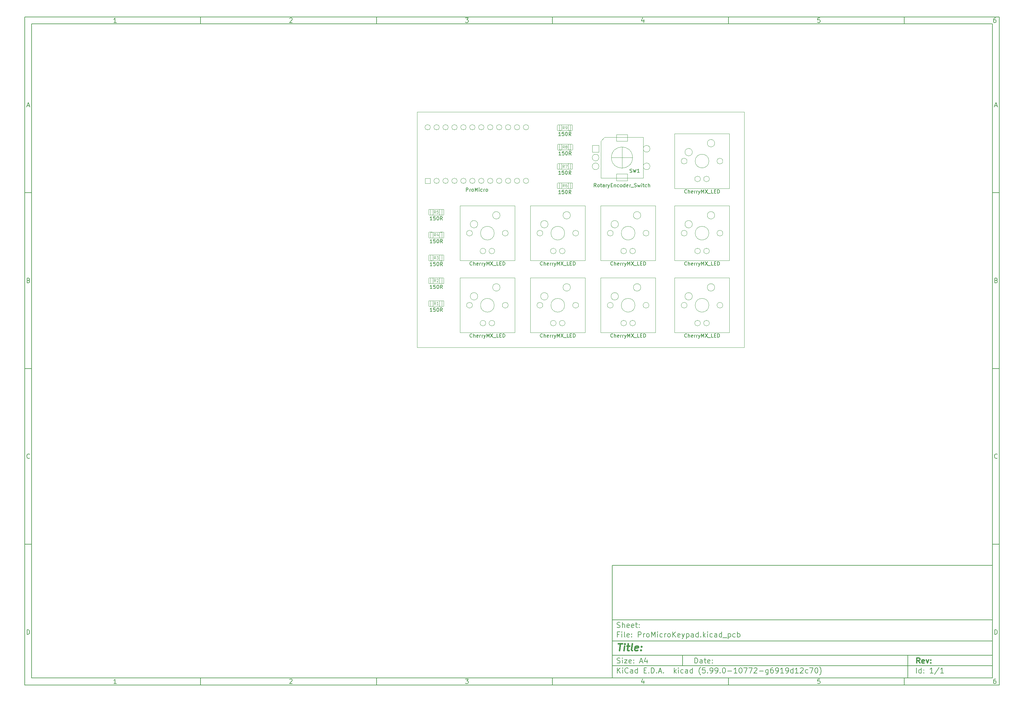
<source format=gbr>
%TF.GenerationSoftware,KiCad,Pcbnew,(5.99.0-10772-g6919d12c70)*%
%TF.CreationDate,2021-08-04T17:25:00+12:00*%
%TF.ProjectId,ProMicroKeypad,50726f4d-6963-4726-9f4b-65797061642e,rev?*%
%TF.SameCoordinates,Original*%
%TF.FileFunction,AssemblyDrawing,Top*%
%FSLAX46Y46*%
G04 Gerber Fmt 4.6, Leading zero omitted, Abs format (unit mm)*
G04 Created by KiCad (PCBNEW (5.99.0-10772-g6919d12c70)) date 2021-08-04 17:25:00*
%MOMM*%
%LPD*%
G01*
G04 APERTURE LIST*
%ADD10C,0.100000*%
%ADD11C,0.150000*%
%ADD12C,0.300000*%
%ADD13C,0.400000*%
%TA.AperFunction,Profile*%
%ADD14C,0.100000*%
%TD*%
%ADD15C,0.120000*%
%ADD16C,0.100000*%
%TD*%
G04 APERTURE END LIST*
D10*
D11*
X177002200Y-166007200D02*
X177002200Y-198007200D01*
X285002200Y-198007200D01*
X285002200Y-166007200D01*
X177002200Y-166007200D01*
D10*
D11*
X10000000Y-10000000D02*
X10000000Y-200007200D01*
X287002200Y-200007200D01*
X287002200Y-10000000D01*
X10000000Y-10000000D01*
D10*
D11*
X12000000Y-12000000D02*
X12000000Y-198007200D01*
X285002200Y-198007200D01*
X285002200Y-12000000D01*
X12000000Y-12000000D01*
D10*
D11*
X60000000Y-12000000D02*
X60000000Y-10000000D01*
D10*
D11*
X110000000Y-12000000D02*
X110000000Y-10000000D01*
D10*
D11*
X160000000Y-12000000D02*
X160000000Y-10000000D01*
D10*
D11*
X210000000Y-12000000D02*
X210000000Y-10000000D01*
D10*
D11*
X260000000Y-12000000D02*
X260000000Y-10000000D01*
D10*
D11*
X36065476Y-11588095D02*
X35322619Y-11588095D01*
X35694047Y-11588095D02*
X35694047Y-10288095D01*
X35570238Y-10473809D01*
X35446428Y-10597619D01*
X35322619Y-10659523D01*
D10*
D11*
X85322619Y-10411904D02*
X85384523Y-10350000D01*
X85508333Y-10288095D01*
X85817857Y-10288095D01*
X85941666Y-10350000D01*
X86003571Y-10411904D01*
X86065476Y-10535714D01*
X86065476Y-10659523D01*
X86003571Y-10845238D01*
X85260714Y-11588095D01*
X86065476Y-11588095D01*
D10*
D11*
X135260714Y-10288095D02*
X136065476Y-10288095D01*
X135632142Y-10783333D01*
X135817857Y-10783333D01*
X135941666Y-10845238D01*
X136003571Y-10907142D01*
X136065476Y-11030952D01*
X136065476Y-11340476D01*
X136003571Y-11464285D01*
X135941666Y-11526190D01*
X135817857Y-11588095D01*
X135446428Y-11588095D01*
X135322619Y-11526190D01*
X135260714Y-11464285D01*
D10*
D11*
X185941666Y-10721428D02*
X185941666Y-11588095D01*
X185632142Y-10226190D02*
X185322619Y-11154761D01*
X186127380Y-11154761D01*
D10*
D11*
X236003571Y-10288095D02*
X235384523Y-10288095D01*
X235322619Y-10907142D01*
X235384523Y-10845238D01*
X235508333Y-10783333D01*
X235817857Y-10783333D01*
X235941666Y-10845238D01*
X236003571Y-10907142D01*
X236065476Y-11030952D01*
X236065476Y-11340476D01*
X236003571Y-11464285D01*
X235941666Y-11526190D01*
X235817857Y-11588095D01*
X235508333Y-11588095D01*
X235384523Y-11526190D01*
X235322619Y-11464285D01*
D10*
D11*
X285941666Y-10288095D02*
X285694047Y-10288095D01*
X285570238Y-10350000D01*
X285508333Y-10411904D01*
X285384523Y-10597619D01*
X285322619Y-10845238D01*
X285322619Y-11340476D01*
X285384523Y-11464285D01*
X285446428Y-11526190D01*
X285570238Y-11588095D01*
X285817857Y-11588095D01*
X285941666Y-11526190D01*
X286003571Y-11464285D01*
X286065476Y-11340476D01*
X286065476Y-11030952D01*
X286003571Y-10907142D01*
X285941666Y-10845238D01*
X285817857Y-10783333D01*
X285570238Y-10783333D01*
X285446428Y-10845238D01*
X285384523Y-10907142D01*
X285322619Y-11030952D01*
D10*
D11*
X60000000Y-198007200D02*
X60000000Y-200007200D01*
D10*
D11*
X110000000Y-198007200D02*
X110000000Y-200007200D01*
D10*
D11*
X160000000Y-198007200D02*
X160000000Y-200007200D01*
D10*
D11*
X210000000Y-198007200D02*
X210000000Y-200007200D01*
D10*
D11*
X260000000Y-198007200D02*
X260000000Y-200007200D01*
D10*
D11*
X36065476Y-199595295D02*
X35322619Y-199595295D01*
X35694047Y-199595295D02*
X35694047Y-198295295D01*
X35570238Y-198481009D01*
X35446428Y-198604819D01*
X35322619Y-198666723D01*
D10*
D11*
X85322619Y-198419104D02*
X85384523Y-198357200D01*
X85508333Y-198295295D01*
X85817857Y-198295295D01*
X85941666Y-198357200D01*
X86003571Y-198419104D01*
X86065476Y-198542914D01*
X86065476Y-198666723D01*
X86003571Y-198852438D01*
X85260714Y-199595295D01*
X86065476Y-199595295D01*
D10*
D11*
X135260714Y-198295295D02*
X136065476Y-198295295D01*
X135632142Y-198790533D01*
X135817857Y-198790533D01*
X135941666Y-198852438D01*
X136003571Y-198914342D01*
X136065476Y-199038152D01*
X136065476Y-199347676D01*
X136003571Y-199471485D01*
X135941666Y-199533390D01*
X135817857Y-199595295D01*
X135446428Y-199595295D01*
X135322619Y-199533390D01*
X135260714Y-199471485D01*
D10*
D11*
X185941666Y-198728628D02*
X185941666Y-199595295D01*
X185632142Y-198233390D02*
X185322619Y-199161961D01*
X186127380Y-199161961D01*
D10*
D11*
X236003571Y-198295295D02*
X235384523Y-198295295D01*
X235322619Y-198914342D01*
X235384523Y-198852438D01*
X235508333Y-198790533D01*
X235817857Y-198790533D01*
X235941666Y-198852438D01*
X236003571Y-198914342D01*
X236065476Y-199038152D01*
X236065476Y-199347676D01*
X236003571Y-199471485D01*
X235941666Y-199533390D01*
X235817857Y-199595295D01*
X235508333Y-199595295D01*
X235384523Y-199533390D01*
X235322619Y-199471485D01*
D10*
D11*
X285941666Y-198295295D02*
X285694047Y-198295295D01*
X285570238Y-198357200D01*
X285508333Y-198419104D01*
X285384523Y-198604819D01*
X285322619Y-198852438D01*
X285322619Y-199347676D01*
X285384523Y-199471485D01*
X285446428Y-199533390D01*
X285570238Y-199595295D01*
X285817857Y-199595295D01*
X285941666Y-199533390D01*
X286003571Y-199471485D01*
X286065476Y-199347676D01*
X286065476Y-199038152D01*
X286003571Y-198914342D01*
X285941666Y-198852438D01*
X285817857Y-198790533D01*
X285570238Y-198790533D01*
X285446428Y-198852438D01*
X285384523Y-198914342D01*
X285322619Y-199038152D01*
D10*
D11*
X10000000Y-60000000D02*
X12000000Y-60000000D01*
D10*
D11*
X10000000Y-110000000D02*
X12000000Y-110000000D01*
D10*
D11*
X10000000Y-160000000D02*
X12000000Y-160000000D01*
D10*
D11*
X10690476Y-35216666D02*
X11309523Y-35216666D01*
X10566666Y-35588095D02*
X11000000Y-34288095D01*
X11433333Y-35588095D01*
D10*
D11*
X11092857Y-84907142D02*
X11278571Y-84969047D01*
X11340476Y-85030952D01*
X11402380Y-85154761D01*
X11402380Y-85340476D01*
X11340476Y-85464285D01*
X11278571Y-85526190D01*
X11154761Y-85588095D01*
X10659523Y-85588095D01*
X10659523Y-84288095D01*
X11092857Y-84288095D01*
X11216666Y-84350000D01*
X11278571Y-84411904D01*
X11340476Y-84535714D01*
X11340476Y-84659523D01*
X11278571Y-84783333D01*
X11216666Y-84845238D01*
X11092857Y-84907142D01*
X10659523Y-84907142D01*
D10*
D11*
X11402380Y-135464285D02*
X11340476Y-135526190D01*
X11154761Y-135588095D01*
X11030952Y-135588095D01*
X10845238Y-135526190D01*
X10721428Y-135402380D01*
X10659523Y-135278571D01*
X10597619Y-135030952D01*
X10597619Y-134845238D01*
X10659523Y-134597619D01*
X10721428Y-134473809D01*
X10845238Y-134350000D01*
X11030952Y-134288095D01*
X11154761Y-134288095D01*
X11340476Y-134350000D01*
X11402380Y-134411904D01*
D10*
D11*
X10659523Y-185588095D02*
X10659523Y-184288095D01*
X10969047Y-184288095D01*
X11154761Y-184350000D01*
X11278571Y-184473809D01*
X11340476Y-184597619D01*
X11402380Y-184845238D01*
X11402380Y-185030952D01*
X11340476Y-185278571D01*
X11278571Y-185402380D01*
X11154761Y-185526190D01*
X10969047Y-185588095D01*
X10659523Y-185588095D01*
D10*
D11*
X287002200Y-60000000D02*
X285002200Y-60000000D01*
D10*
D11*
X287002200Y-110000000D02*
X285002200Y-110000000D01*
D10*
D11*
X287002200Y-160000000D02*
X285002200Y-160000000D01*
D10*
D11*
X285692676Y-35216666D02*
X286311723Y-35216666D01*
X285568866Y-35588095D02*
X286002200Y-34288095D01*
X286435533Y-35588095D01*
D10*
D11*
X286095057Y-84907142D02*
X286280771Y-84969047D01*
X286342676Y-85030952D01*
X286404580Y-85154761D01*
X286404580Y-85340476D01*
X286342676Y-85464285D01*
X286280771Y-85526190D01*
X286156961Y-85588095D01*
X285661723Y-85588095D01*
X285661723Y-84288095D01*
X286095057Y-84288095D01*
X286218866Y-84350000D01*
X286280771Y-84411904D01*
X286342676Y-84535714D01*
X286342676Y-84659523D01*
X286280771Y-84783333D01*
X286218866Y-84845238D01*
X286095057Y-84907142D01*
X285661723Y-84907142D01*
D10*
D11*
X286404580Y-135464285D02*
X286342676Y-135526190D01*
X286156961Y-135588095D01*
X286033152Y-135588095D01*
X285847438Y-135526190D01*
X285723628Y-135402380D01*
X285661723Y-135278571D01*
X285599819Y-135030952D01*
X285599819Y-134845238D01*
X285661723Y-134597619D01*
X285723628Y-134473809D01*
X285847438Y-134350000D01*
X286033152Y-134288095D01*
X286156961Y-134288095D01*
X286342676Y-134350000D01*
X286404580Y-134411904D01*
D10*
D11*
X285661723Y-185588095D02*
X285661723Y-184288095D01*
X285971247Y-184288095D01*
X286156961Y-184350000D01*
X286280771Y-184473809D01*
X286342676Y-184597619D01*
X286404580Y-184845238D01*
X286404580Y-185030952D01*
X286342676Y-185278571D01*
X286280771Y-185402380D01*
X286156961Y-185526190D01*
X285971247Y-185588095D01*
X285661723Y-185588095D01*
D10*
D11*
X200434342Y-193785771D02*
X200434342Y-192285771D01*
X200791485Y-192285771D01*
X201005771Y-192357200D01*
X201148628Y-192500057D01*
X201220057Y-192642914D01*
X201291485Y-192928628D01*
X201291485Y-193142914D01*
X201220057Y-193428628D01*
X201148628Y-193571485D01*
X201005771Y-193714342D01*
X200791485Y-193785771D01*
X200434342Y-193785771D01*
X202577200Y-193785771D02*
X202577200Y-193000057D01*
X202505771Y-192857200D01*
X202362914Y-192785771D01*
X202077200Y-192785771D01*
X201934342Y-192857200D01*
X202577200Y-193714342D02*
X202434342Y-193785771D01*
X202077200Y-193785771D01*
X201934342Y-193714342D01*
X201862914Y-193571485D01*
X201862914Y-193428628D01*
X201934342Y-193285771D01*
X202077200Y-193214342D01*
X202434342Y-193214342D01*
X202577200Y-193142914D01*
X203077200Y-192785771D02*
X203648628Y-192785771D01*
X203291485Y-192285771D02*
X203291485Y-193571485D01*
X203362914Y-193714342D01*
X203505771Y-193785771D01*
X203648628Y-193785771D01*
X204720057Y-193714342D02*
X204577200Y-193785771D01*
X204291485Y-193785771D01*
X204148628Y-193714342D01*
X204077200Y-193571485D01*
X204077200Y-193000057D01*
X204148628Y-192857200D01*
X204291485Y-192785771D01*
X204577200Y-192785771D01*
X204720057Y-192857200D01*
X204791485Y-193000057D01*
X204791485Y-193142914D01*
X204077200Y-193285771D01*
X205434342Y-193642914D02*
X205505771Y-193714342D01*
X205434342Y-193785771D01*
X205362914Y-193714342D01*
X205434342Y-193642914D01*
X205434342Y-193785771D01*
X205434342Y-192857200D02*
X205505771Y-192928628D01*
X205434342Y-193000057D01*
X205362914Y-192928628D01*
X205434342Y-192857200D01*
X205434342Y-193000057D01*
D10*
D11*
X177002200Y-194507200D02*
X285002200Y-194507200D01*
D10*
D11*
X178434342Y-196585771D02*
X178434342Y-195085771D01*
X179291485Y-196585771D02*
X178648628Y-195728628D01*
X179291485Y-195085771D02*
X178434342Y-195942914D01*
X179934342Y-196585771D02*
X179934342Y-195585771D01*
X179934342Y-195085771D02*
X179862914Y-195157200D01*
X179934342Y-195228628D01*
X180005771Y-195157200D01*
X179934342Y-195085771D01*
X179934342Y-195228628D01*
X181505771Y-196442914D02*
X181434342Y-196514342D01*
X181220057Y-196585771D01*
X181077200Y-196585771D01*
X180862914Y-196514342D01*
X180720057Y-196371485D01*
X180648628Y-196228628D01*
X180577200Y-195942914D01*
X180577200Y-195728628D01*
X180648628Y-195442914D01*
X180720057Y-195300057D01*
X180862914Y-195157200D01*
X181077200Y-195085771D01*
X181220057Y-195085771D01*
X181434342Y-195157200D01*
X181505771Y-195228628D01*
X182791485Y-196585771D02*
X182791485Y-195800057D01*
X182720057Y-195657200D01*
X182577200Y-195585771D01*
X182291485Y-195585771D01*
X182148628Y-195657200D01*
X182791485Y-196514342D02*
X182648628Y-196585771D01*
X182291485Y-196585771D01*
X182148628Y-196514342D01*
X182077200Y-196371485D01*
X182077200Y-196228628D01*
X182148628Y-196085771D01*
X182291485Y-196014342D01*
X182648628Y-196014342D01*
X182791485Y-195942914D01*
X184148628Y-196585771D02*
X184148628Y-195085771D01*
X184148628Y-196514342D02*
X184005771Y-196585771D01*
X183720057Y-196585771D01*
X183577200Y-196514342D01*
X183505771Y-196442914D01*
X183434342Y-196300057D01*
X183434342Y-195871485D01*
X183505771Y-195728628D01*
X183577200Y-195657200D01*
X183720057Y-195585771D01*
X184005771Y-195585771D01*
X184148628Y-195657200D01*
X186005771Y-195800057D02*
X186505771Y-195800057D01*
X186720057Y-196585771D02*
X186005771Y-196585771D01*
X186005771Y-195085771D01*
X186720057Y-195085771D01*
X187362914Y-196442914D02*
X187434342Y-196514342D01*
X187362914Y-196585771D01*
X187291485Y-196514342D01*
X187362914Y-196442914D01*
X187362914Y-196585771D01*
X188077200Y-196585771D02*
X188077200Y-195085771D01*
X188434342Y-195085771D01*
X188648628Y-195157200D01*
X188791485Y-195300057D01*
X188862914Y-195442914D01*
X188934342Y-195728628D01*
X188934342Y-195942914D01*
X188862914Y-196228628D01*
X188791485Y-196371485D01*
X188648628Y-196514342D01*
X188434342Y-196585771D01*
X188077200Y-196585771D01*
X189577200Y-196442914D02*
X189648628Y-196514342D01*
X189577200Y-196585771D01*
X189505771Y-196514342D01*
X189577200Y-196442914D01*
X189577200Y-196585771D01*
X190220057Y-196157200D02*
X190934342Y-196157200D01*
X190077200Y-196585771D02*
X190577200Y-195085771D01*
X191077200Y-196585771D01*
X191577200Y-196442914D02*
X191648628Y-196514342D01*
X191577200Y-196585771D01*
X191505771Y-196514342D01*
X191577200Y-196442914D01*
X191577200Y-196585771D01*
X194577200Y-196585771D02*
X194577200Y-195085771D01*
X194720057Y-196014342D02*
X195148628Y-196585771D01*
X195148628Y-195585771D02*
X194577200Y-196157200D01*
X195791485Y-196585771D02*
X195791485Y-195585771D01*
X195791485Y-195085771D02*
X195720057Y-195157200D01*
X195791485Y-195228628D01*
X195862914Y-195157200D01*
X195791485Y-195085771D01*
X195791485Y-195228628D01*
X197148628Y-196514342D02*
X197005771Y-196585771D01*
X196720057Y-196585771D01*
X196577200Y-196514342D01*
X196505771Y-196442914D01*
X196434342Y-196300057D01*
X196434342Y-195871485D01*
X196505771Y-195728628D01*
X196577200Y-195657200D01*
X196720057Y-195585771D01*
X197005771Y-195585771D01*
X197148628Y-195657200D01*
X198434342Y-196585771D02*
X198434342Y-195800057D01*
X198362914Y-195657200D01*
X198220057Y-195585771D01*
X197934342Y-195585771D01*
X197791485Y-195657200D01*
X198434342Y-196514342D02*
X198291485Y-196585771D01*
X197934342Y-196585771D01*
X197791485Y-196514342D01*
X197720057Y-196371485D01*
X197720057Y-196228628D01*
X197791485Y-196085771D01*
X197934342Y-196014342D01*
X198291485Y-196014342D01*
X198434342Y-195942914D01*
X199791485Y-196585771D02*
X199791485Y-195085771D01*
X199791485Y-196514342D02*
X199648628Y-196585771D01*
X199362914Y-196585771D01*
X199220057Y-196514342D01*
X199148628Y-196442914D01*
X199077200Y-196300057D01*
X199077200Y-195871485D01*
X199148628Y-195728628D01*
X199220057Y-195657200D01*
X199362914Y-195585771D01*
X199648628Y-195585771D01*
X199791485Y-195657200D01*
X202077200Y-197157200D02*
X202005771Y-197085771D01*
X201862914Y-196871485D01*
X201791485Y-196728628D01*
X201720057Y-196514342D01*
X201648628Y-196157200D01*
X201648628Y-195871485D01*
X201720057Y-195514342D01*
X201791485Y-195300057D01*
X201862914Y-195157200D01*
X202005771Y-194942914D01*
X202077200Y-194871485D01*
X203362914Y-195085771D02*
X202648628Y-195085771D01*
X202577200Y-195800057D01*
X202648628Y-195728628D01*
X202791485Y-195657200D01*
X203148628Y-195657200D01*
X203291485Y-195728628D01*
X203362914Y-195800057D01*
X203434342Y-195942914D01*
X203434342Y-196300057D01*
X203362914Y-196442914D01*
X203291485Y-196514342D01*
X203148628Y-196585771D01*
X202791485Y-196585771D01*
X202648628Y-196514342D01*
X202577200Y-196442914D01*
X204077200Y-196442914D02*
X204148628Y-196514342D01*
X204077200Y-196585771D01*
X204005771Y-196514342D01*
X204077200Y-196442914D01*
X204077200Y-196585771D01*
X204862914Y-196585771D02*
X205148628Y-196585771D01*
X205291485Y-196514342D01*
X205362914Y-196442914D01*
X205505771Y-196228628D01*
X205577200Y-195942914D01*
X205577200Y-195371485D01*
X205505771Y-195228628D01*
X205434342Y-195157200D01*
X205291485Y-195085771D01*
X205005771Y-195085771D01*
X204862914Y-195157200D01*
X204791485Y-195228628D01*
X204720057Y-195371485D01*
X204720057Y-195728628D01*
X204791485Y-195871485D01*
X204862914Y-195942914D01*
X205005771Y-196014342D01*
X205291485Y-196014342D01*
X205434342Y-195942914D01*
X205505771Y-195871485D01*
X205577200Y-195728628D01*
X206291485Y-196585771D02*
X206577200Y-196585771D01*
X206720057Y-196514342D01*
X206791485Y-196442914D01*
X206934342Y-196228628D01*
X207005771Y-195942914D01*
X207005771Y-195371485D01*
X206934342Y-195228628D01*
X206862914Y-195157200D01*
X206720057Y-195085771D01*
X206434342Y-195085771D01*
X206291485Y-195157200D01*
X206220057Y-195228628D01*
X206148628Y-195371485D01*
X206148628Y-195728628D01*
X206220057Y-195871485D01*
X206291485Y-195942914D01*
X206434342Y-196014342D01*
X206720057Y-196014342D01*
X206862914Y-195942914D01*
X206934342Y-195871485D01*
X207005771Y-195728628D01*
X207648628Y-196442914D02*
X207720057Y-196514342D01*
X207648628Y-196585771D01*
X207577200Y-196514342D01*
X207648628Y-196442914D01*
X207648628Y-196585771D01*
X208648628Y-195085771D02*
X208791485Y-195085771D01*
X208934342Y-195157200D01*
X209005771Y-195228628D01*
X209077200Y-195371485D01*
X209148628Y-195657200D01*
X209148628Y-196014342D01*
X209077200Y-196300057D01*
X209005771Y-196442914D01*
X208934342Y-196514342D01*
X208791485Y-196585771D01*
X208648628Y-196585771D01*
X208505771Y-196514342D01*
X208434342Y-196442914D01*
X208362914Y-196300057D01*
X208291485Y-196014342D01*
X208291485Y-195657200D01*
X208362914Y-195371485D01*
X208434342Y-195228628D01*
X208505771Y-195157200D01*
X208648628Y-195085771D01*
X209791485Y-196014342D02*
X210934342Y-196014342D01*
X212434342Y-196585771D02*
X211577200Y-196585771D01*
X212005771Y-196585771D02*
X212005771Y-195085771D01*
X211862914Y-195300057D01*
X211720057Y-195442914D01*
X211577200Y-195514342D01*
X213362914Y-195085771D02*
X213505771Y-195085771D01*
X213648628Y-195157200D01*
X213720057Y-195228628D01*
X213791485Y-195371485D01*
X213862914Y-195657200D01*
X213862914Y-196014342D01*
X213791485Y-196300057D01*
X213720057Y-196442914D01*
X213648628Y-196514342D01*
X213505771Y-196585771D01*
X213362914Y-196585771D01*
X213220057Y-196514342D01*
X213148628Y-196442914D01*
X213077200Y-196300057D01*
X213005771Y-196014342D01*
X213005771Y-195657200D01*
X213077200Y-195371485D01*
X213148628Y-195228628D01*
X213220057Y-195157200D01*
X213362914Y-195085771D01*
X214362914Y-195085771D02*
X215362914Y-195085771D01*
X214720057Y-196585771D01*
X215791485Y-195085771D02*
X216791485Y-195085771D01*
X216148628Y-196585771D01*
X217291485Y-195228628D02*
X217362914Y-195157200D01*
X217505771Y-195085771D01*
X217862914Y-195085771D01*
X218005771Y-195157200D01*
X218077200Y-195228628D01*
X218148628Y-195371485D01*
X218148628Y-195514342D01*
X218077200Y-195728628D01*
X217220057Y-196585771D01*
X218148628Y-196585771D01*
X218791485Y-196014342D02*
X219934342Y-196014342D01*
X221291485Y-195585771D02*
X221291485Y-196800057D01*
X221220057Y-196942914D01*
X221148628Y-197014342D01*
X221005771Y-197085771D01*
X220791485Y-197085771D01*
X220648628Y-197014342D01*
X221291485Y-196514342D02*
X221148628Y-196585771D01*
X220862914Y-196585771D01*
X220720057Y-196514342D01*
X220648628Y-196442914D01*
X220577200Y-196300057D01*
X220577200Y-195871485D01*
X220648628Y-195728628D01*
X220720057Y-195657200D01*
X220862914Y-195585771D01*
X221148628Y-195585771D01*
X221291485Y-195657200D01*
X222648628Y-195085771D02*
X222362914Y-195085771D01*
X222220057Y-195157200D01*
X222148628Y-195228628D01*
X222005771Y-195442914D01*
X221934342Y-195728628D01*
X221934342Y-196300057D01*
X222005771Y-196442914D01*
X222077200Y-196514342D01*
X222220057Y-196585771D01*
X222505771Y-196585771D01*
X222648628Y-196514342D01*
X222720057Y-196442914D01*
X222791485Y-196300057D01*
X222791485Y-195942914D01*
X222720057Y-195800057D01*
X222648628Y-195728628D01*
X222505771Y-195657200D01*
X222220057Y-195657200D01*
X222077200Y-195728628D01*
X222005771Y-195800057D01*
X221934342Y-195942914D01*
X223505771Y-196585771D02*
X223791485Y-196585771D01*
X223934342Y-196514342D01*
X224005771Y-196442914D01*
X224148628Y-196228628D01*
X224220057Y-195942914D01*
X224220057Y-195371485D01*
X224148628Y-195228628D01*
X224077200Y-195157200D01*
X223934342Y-195085771D01*
X223648628Y-195085771D01*
X223505771Y-195157200D01*
X223434342Y-195228628D01*
X223362914Y-195371485D01*
X223362914Y-195728628D01*
X223434342Y-195871485D01*
X223505771Y-195942914D01*
X223648628Y-196014342D01*
X223934342Y-196014342D01*
X224077200Y-195942914D01*
X224148628Y-195871485D01*
X224220057Y-195728628D01*
X225648628Y-196585771D02*
X224791485Y-196585771D01*
X225220057Y-196585771D02*
X225220057Y-195085771D01*
X225077200Y-195300057D01*
X224934342Y-195442914D01*
X224791485Y-195514342D01*
X226362914Y-196585771D02*
X226648628Y-196585771D01*
X226791485Y-196514342D01*
X226862914Y-196442914D01*
X227005771Y-196228628D01*
X227077199Y-195942914D01*
X227077199Y-195371485D01*
X227005771Y-195228628D01*
X226934342Y-195157200D01*
X226791485Y-195085771D01*
X226505771Y-195085771D01*
X226362914Y-195157200D01*
X226291485Y-195228628D01*
X226220057Y-195371485D01*
X226220057Y-195728628D01*
X226291485Y-195871485D01*
X226362914Y-195942914D01*
X226505771Y-196014342D01*
X226791485Y-196014342D01*
X226934342Y-195942914D01*
X227005771Y-195871485D01*
X227077199Y-195728628D01*
X228362914Y-196585771D02*
X228362914Y-195085771D01*
X228362914Y-196514342D02*
X228220057Y-196585771D01*
X227934342Y-196585771D01*
X227791485Y-196514342D01*
X227720057Y-196442914D01*
X227648628Y-196300057D01*
X227648628Y-195871485D01*
X227720057Y-195728628D01*
X227791485Y-195657200D01*
X227934342Y-195585771D01*
X228220057Y-195585771D01*
X228362914Y-195657200D01*
X229862914Y-196585771D02*
X229005771Y-196585771D01*
X229434342Y-196585771D02*
X229434342Y-195085771D01*
X229291485Y-195300057D01*
X229148628Y-195442914D01*
X229005771Y-195514342D01*
X230434342Y-195228628D02*
X230505771Y-195157200D01*
X230648628Y-195085771D01*
X231005771Y-195085771D01*
X231148628Y-195157200D01*
X231220057Y-195228628D01*
X231291485Y-195371485D01*
X231291485Y-195514342D01*
X231220057Y-195728628D01*
X230362914Y-196585771D01*
X231291485Y-196585771D01*
X232577199Y-196514342D02*
X232434342Y-196585771D01*
X232148628Y-196585771D01*
X232005771Y-196514342D01*
X231934342Y-196442914D01*
X231862914Y-196300057D01*
X231862914Y-195871485D01*
X231934342Y-195728628D01*
X232005771Y-195657200D01*
X232148628Y-195585771D01*
X232434342Y-195585771D01*
X232577199Y-195657200D01*
X233077199Y-195085771D02*
X234077199Y-195085771D01*
X233434342Y-196585771D01*
X234934342Y-195085771D02*
X235077199Y-195085771D01*
X235220057Y-195157200D01*
X235291485Y-195228628D01*
X235362914Y-195371485D01*
X235434342Y-195657200D01*
X235434342Y-196014342D01*
X235362914Y-196300057D01*
X235291485Y-196442914D01*
X235220057Y-196514342D01*
X235077199Y-196585771D01*
X234934342Y-196585771D01*
X234791485Y-196514342D01*
X234720057Y-196442914D01*
X234648628Y-196300057D01*
X234577199Y-196014342D01*
X234577199Y-195657200D01*
X234648628Y-195371485D01*
X234720057Y-195228628D01*
X234791485Y-195157200D01*
X234934342Y-195085771D01*
X235934342Y-197157200D02*
X236005771Y-197085771D01*
X236148628Y-196871485D01*
X236220057Y-196728628D01*
X236291485Y-196514342D01*
X236362914Y-196157200D01*
X236362914Y-195871485D01*
X236291485Y-195514342D01*
X236220057Y-195300057D01*
X236148628Y-195157200D01*
X236005771Y-194942914D01*
X235934342Y-194871485D01*
D10*
D11*
X177002200Y-191507200D02*
X285002200Y-191507200D01*
D10*
D12*
X264411485Y-193785771D02*
X263911485Y-193071485D01*
X263554342Y-193785771D02*
X263554342Y-192285771D01*
X264125771Y-192285771D01*
X264268628Y-192357200D01*
X264340057Y-192428628D01*
X264411485Y-192571485D01*
X264411485Y-192785771D01*
X264340057Y-192928628D01*
X264268628Y-193000057D01*
X264125771Y-193071485D01*
X263554342Y-193071485D01*
X265625771Y-193714342D02*
X265482914Y-193785771D01*
X265197200Y-193785771D01*
X265054342Y-193714342D01*
X264982914Y-193571485D01*
X264982914Y-193000057D01*
X265054342Y-192857200D01*
X265197200Y-192785771D01*
X265482914Y-192785771D01*
X265625771Y-192857200D01*
X265697200Y-193000057D01*
X265697200Y-193142914D01*
X264982914Y-193285771D01*
X266197200Y-192785771D02*
X266554342Y-193785771D01*
X266911485Y-192785771D01*
X267482914Y-193642914D02*
X267554342Y-193714342D01*
X267482914Y-193785771D01*
X267411485Y-193714342D01*
X267482914Y-193642914D01*
X267482914Y-193785771D01*
X267482914Y-192857200D02*
X267554342Y-192928628D01*
X267482914Y-193000057D01*
X267411485Y-192928628D01*
X267482914Y-192857200D01*
X267482914Y-193000057D01*
D10*
D11*
X178362914Y-193714342D02*
X178577200Y-193785771D01*
X178934342Y-193785771D01*
X179077200Y-193714342D01*
X179148628Y-193642914D01*
X179220057Y-193500057D01*
X179220057Y-193357200D01*
X179148628Y-193214342D01*
X179077200Y-193142914D01*
X178934342Y-193071485D01*
X178648628Y-193000057D01*
X178505771Y-192928628D01*
X178434342Y-192857200D01*
X178362914Y-192714342D01*
X178362914Y-192571485D01*
X178434342Y-192428628D01*
X178505771Y-192357200D01*
X178648628Y-192285771D01*
X179005771Y-192285771D01*
X179220057Y-192357200D01*
X179862914Y-193785771D02*
X179862914Y-192785771D01*
X179862914Y-192285771D02*
X179791485Y-192357200D01*
X179862914Y-192428628D01*
X179934342Y-192357200D01*
X179862914Y-192285771D01*
X179862914Y-192428628D01*
X180434342Y-192785771D02*
X181220057Y-192785771D01*
X180434342Y-193785771D01*
X181220057Y-193785771D01*
X182362914Y-193714342D02*
X182220057Y-193785771D01*
X181934342Y-193785771D01*
X181791485Y-193714342D01*
X181720057Y-193571485D01*
X181720057Y-193000057D01*
X181791485Y-192857200D01*
X181934342Y-192785771D01*
X182220057Y-192785771D01*
X182362914Y-192857200D01*
X182434342Y-193000057D01*
X182434342Y-193142914D01*
X181720057Y-193285771D01*
X183077200Y-193642914D02*
X183148628Y-193714342D01*
X183077200Y-193785771D01*
X183005771Y-193714342D01*
X183077200Y-193642914D01*
X183077200Y-193785771D01*
X183077200Y-192857200D02*
X183148628Y-192928628D01*
X183077200Y-193000057D01*
X183005771Y-192928628D01*
X183077200Y-192857200D01*
X183077200Y-193000057D01*
X184862914Y-193357200D02*
X185577200Y-193357200D01*
X184720057Y-193785771D02*
X185220057Y-192285771D01*
X185720057Y-193785771D01*
X186862914Y-192785771D02*
X186862914Y-193785771D01*
X186505771Y-192214342D02*
X186148628Y-193285771D01*
X187077200Y-193285771D01*
D10*
D11*
X263434342Y-196585771D02*
X263434342Y-195085771D01*
X264791485Y-196585771D02*
X264791485Y-195085771D01*
X264791485Y-196514342D02*
X264648628Y-196585771D01*
X264362914Y-196585771D01*
X264220057Y-196514342D01*
X264148628Y-196442914D01*
X264077200Y-196300057D01*
X264077200Y-195871485D01*
X264148628Y-195728628D01*
X264220057Y-195657200D01*
X264362914Y-195585771D01*
X264648628Y-195585771D01*
X264791485Y-195657200D01*
X265505771Y-196442914D02*
X265577200Y-196514342D01*
X265505771Y-196585771D01*
X265434342Y-196514342D01*
X265505771Y-196442914D01*
X265505771Y-196585771D01*
X265505771Y-195657200D02*
X265577200Y-195728628D01*
X265505771Y-195800057D01*
X265434342Y-195728628D01*
X265505771Y-195657200D01*
X265505771Y-195800057D01*
X268148628Y-196585771D02*
X267291485Y-196585771D01*
X267720057Y-196585771D02*
X267720057Y-195085771D01*
X267577200Y-195300057D01*
X267434342Y-195442914D01*
X267291485Y-195514342D01*
X269862914Y-195014342D02*
X268577200Y-196942914D01*
X271148628Y-196585771D02*
X270291485Y-196585771D01*
X270720057Y-196585771D02*
X270720057Y-195085771D01*
X270577200Y-195300057D01*
X270434342Y-195442914D01*
X270291485Y-195514342D01*
D10*
D11*
X177002200Y-187507200D02*
X285002200Y-187507200D01*
D10*
D13*
X178714580Y-188211961D02*
X179857438Y-188211961D01*
X179036009Y-190211961D02*
X179286009Y-188211961D01*
X180274104Y-190211961D02*
X180440771Y-188878628D01*
X180524104Y-188211961D02*
X180416961Y-188307200D01*
X180500295Y-188402438D01*
X180607438Y-188307200D01*
X180524104Y-188211961D01*
X180500295Y-188402438D01*
X181107438Y-188878628D02*
X181869342Y-188878628D01*
X181476485Y-188211961D02*
X181262200Y-189926247D01*
X181333628Y-190116723D01*
X181512200Y-190211961D01*
X181702676Y-190211961D01*
X182655057Y-190211961D02*
X182476485Y-190116723D01*
X182405057Y-189926247D01*
X182619342Y-188211961D01*
X184190771Y-190116723D02*
X183988390Y-190211961D01*
X183607438Y-190211961D01*
X183428866Y-190116723D01*
X183357438Y-189926247D01*
X183452676Y-189164342D01*
X183571723Y-188973866D01*
X183774104Y-188878628D01*
X184155057Y-188878628D01*
X184333628Y-188973866D01*
X184405057Y-189164342D01*
X184381247Y-189354819D01*
X183405057Y-189545295D01*
X185155057Y-190021485D02*
X185238390Y-190116723D01*
X185131247Y-190211961D01*
X185047914Y-190116723D01*
X185155057Y-190021485D01*
X185131247Y-190211961D01*
X185286009Y-188973866D02*
X185369342Y-189069104D01*
X185262200Y-189164342D01*
X185178866Y-189069104D01*
X185286009Y-188973866D01*
X185262200Y-189164342D01*
D10*
D11*
X178934342Y-185600057D02*
X178434342Y-185600057D01*
X178434342Y-186385771D02*
X178434342Y-184885771D01*
X179148628Y-184885771D01*
X179720057Y-186385771D02*
X179720057Y-185385771D01*
X179720057Y-184885771D02*
X179648628Y-184957200D01*
X179720057Y-185028628D01*
X179791485Y-184957200D01*
X179720057Y-184885771D01*
X179720057Y-185028628D01*
X180648628Y-186385771D02*
X180505771Y-186314342D01*
X180434342Y-186171485D01*
X180434342Y-184885771D01*
X181791485Y-186314342D02*
X181648628Y-186385771D01*
X181362914Y-186385771D01*
X181220057Y-186314342D01*
X181148628Y-186171485D01*
X181148628Y-185600057D01*
X181220057Y-185457200D01*
X181362914Y-185385771D01*
X181648628Y-185385771D01*
X181791485Y-185457200D01*
X181862914Y-185600057D01*
X181862914Y-185742914D01*
X181148628Y-185885771D01*
X182505771Y-186242914D02*
X182577200Y-186314342D01*
X182505771Y-186385771D01*
X182434342Y-186314342D01*
X182505771Y-186242914D01*
X182505771Y-186385771D01*
X182505771Y-185457200D02*
X182577200Y-185528628D01*
X182505771Y-185600057D01*
X182434342Y-185528628D01*
X182505771Y-185457200D01*
X182505771Y-185600057D01*
X184362914Y-186385771D02*
X184362914Y-184885771D01*
X184934342Y-184885771D01*
X185077200Y-184957200D01*
X185148628Y-185028628D01*
X185220057Y-185171485D01*
X185220057Y-185385771D01*
X185148628Y-185528628D01*
X185077200Y-185600057D01*
X184934342Y-185671485D01*
X184362914Y-185671485D01*
X185862914Y-186385771D02*
X185862914Y-185385771D01*
X185862914Y-185671485D02*
X185934342Y-185528628D01*
X186005771Y-185457200D01*
X186148628Y-185385771D01*
X186291485Y-185385771D01*
X187005771Y-186385771D02*
X186862914Y-186314342D01*
X186791485Y-186242914D01*
X186720057Y-186100057D01*
X186720057Y-185671485D01*
X186791485Y-185528628D01*
X186862914Y-185457200D01*
X187005771Y-185385771D01*
X187220057Y-185385771D01*
X187362914Y-185457200D01*
X187434342Y-185528628D01*
X187505771Y-185671485D01*
X187505771Y-186100057D01*
X187434342Y-186242914D01*
X187362914Y-186314342D01*
X187220057Y-186385771D01*
X187005771Y-186385771D01*
X188148628Y-186385771D02*
X188148628Y-184885771D01*
X188648628Y-185957200D01*
X189148628Y-184885771D01*
X189148628Y-186385771D01*
X189862914Y-186385771D02*
X189862914Y-185385771D01*
X189862914Y-184885771D02*
X189791485Y-184957200D01*
X189862914Y-185028628D01*
X189934342Y-184957200D01*
X189862914Y-184885771D01*
X189862914Y-185028628D01*
X191220057Y-186314342D02*
X191077200Y-186385771D01*
X190791485Y-186385771D01*
X190648628Y-186314342D01*
X190577200Y-186242914D01*
X190505771Y-186100057D01*
X190505771Y-185671485D01*
X190577200Y-185528628D01*
X190648628Y-185457200D01*
X190791485Y-185385771D01*
X191077200Y-185385771D01*
X191220057Y-185457200D01*
X191862914Y-186385771D02*
X191862914Y-185385771D01*
X191862914Y-185671485D02*
X191934342Y-185528628D01*
X192005771Y-185457200D01*
X192148628Y-185385771D01*
X192291485Y-185385771D01*
X193005771Y-186385771D02*
X192862914Y-186314342D01*
X192791485Y-186242914D01*
X192720057Y-186100057D01*
X192720057Y-185671485D01*
X192791485Y-185528628D01*
X192862914Y-185457200D01*
X193005771Y-185385771D01*
X193220057Y-185385771D01*
X193362914Y-185457200D01*
X193434342Y-185528628D01*
X193505771Y-185671485D01*
X193505771Y-186100057D01*
X193434342Y-186242914D01*
X193362914Y-186314342D01*
X193220057Y-186385771D01*
X193005771Y-186385771D01*
X194148628Y-186385771D02*
X194148628Y-184885771D01*
X195005771Y-186385771D02*
X194362914Y-185528628D01*
X195005771Y-184885771D02*
X194148628Y-185742914D01*
X196220057Y-186314342D02*
X196077200Y-186385771D01*
X195791485Y-186385771D01*
X195648628Y-186314342D01*
X195577200Y-186171485D01*
X195577200Y-185600057D01*
X195648628Y-185457200D01*
X195791485Y-185385771D01*
X196077200Y-185385771D01*
X196220057Y-185457200D01*
X196291485Y-185600057D01*
X196291485Y-185742914D01*
X195577200Y-185885771D01*
X196791485Y-185385771D02*
X197148628Y-186385771D01*
X197505771Y-185385771D02*
X197148628Y-186385771D01*
X197005771Y-186742914D01*
X196934342Y-186814342D01*
X196791485Y-186885771D01*
X198077200Y-185385771D02*
X198077200Y-186885771D01*
X198077200Y-185457200D02*
X198220057Y-185385771D01*
X198505771Y-185385771D01*
X198648628Y-185457200D01*
X198720057Y-185528628D01*
X198791485Y-185671485D01*
X198791485Y-186100057D01*
X198720057Y-186242914D01*
X198648628Y-186314342D01*
X198505771Y-186385771D01*
X198220057Y-186385771D01*
X198077200Y-186314342D01*
X200077200Y-186385771D02*
X200077200Y-185600057D01*
X200005771Y-185457200D01*
X199862914Y-185385771D01*
X199577200Y-185385771D01*
X199434342Y-185457200D01*
X200077200Y-186314342D02*
X199934342Y-186385771D01*
X199577200Y-186385771D01*
X199434342Y-186314342D01*
X199362914Y-186171485D01*
X199362914Y-186028628D01*
X199434342Y-185885771D01*
X199577200Y-185814342D01*
X199934342Y-185814342D01*
X200077200Y-185742914D01*
X201434342Y-186385771D02*
X201434342Y-184885771D01*
X201434342Y-186314342D02*
X201291485Y-186385771D01*
X201005771Y-186385771D01*
X200862914Y-186314342D01*
X200791485Y-186242914D01*
X200720057Y-186100057D01*
X200720057Y-185671485D01*
X200791485Y-185528628D01*
X200862914Y-185457200D01*
X201005771Y-185385771D01*
X201291485Y-185385771D01*
X201434342Y-185457200D01*
X202148628Y-186242914D02*
X202220057Y-186314342D01*
X202148628Y-186385771D01*
X202077200Y-186314342D01*
X202148628Y-186242914D01*
X202148628Y-186385771D01*
X202862914Y-186385771D02*
X202862914Y-184885771D01*
X203005771Y-185814342D02*
X203434342Y-186385771D01*
X203434342Y-185385771D02*
X202862914Y-185957200D01*
X204077200Y-186385771D02*
X204077200Y-185385771D01*
X204077200Y-184885771D02*
X204005771Y-184957200D01*
X204077200Y-185028628D01*
X204148628Y-184957200D01*
X204077200Y-184885771D01*
X204077200Y-185028628D01*
X205434342Y-186314342D02*
X205291485Y-186385771D01*
X205005771Y-186385771D01*
X204862914Y-186314342D01*
X204791485Y-186242914D01*
X204720057Y-186100057D01*
X204720057Y-185671485D01*
X204791485Y-185528628D01*
X204862914Y-185457200D01*
X205005771Y-185385771D01*
X205291485Y-185385771D01*
X205434342Y-185457200D01*
X206720057Y-186385771D02*
X206720057Y-185600057D01*
X206648628Y-185457200D01*
X206505771Y-185385771D01*
X206220057Y-185385771D01*
X206077200Y-185457200D01*
X206720057Y-186314342D02*
X206577200Y-186385771D01*
X206220057Y-186385771D01*
X206077200Y-186314342D01*
X206005771Y-186171485D01*
X206005771Y-186028628D01*
X206077200Y-185885771D01*
X206220057Y-185814342D01*
X206577200Y-185814342D01*
X206720057Y-185742914D01*
X208077200Y-186385771D02*
X208077200Y-184885771D01*
X208077200Y-186314342D02*
X207934342Y-186385771D01*
X207648628Y-186385771D01*
X207505771Y-186314342D01*
X207434342Y-186242914D01*
X207362914Y-186100057D01*
X207362914Y-185671485D01*
X207434342Y-185528628D01*
X207505771Y-185457200D01*
X207648628Y-185385771D01*
X207934342Y-185385771D01*
X208077200Y-185457200D01*
X208434342Y-186528628D02*
X209577200Y-186528628D01*
X209934342Y-185385771D02*
X209934342Y-186885771D01*
X209934342Y-185457200D02*
X210077200Y-185385771D01*
X210362914Y-185385771D01*
X210505771Y-185457200D01*
X210577200Y-185528628D01*
X210648628Y-185671485D01*
X210648628Y-186100057D01*
X210577200Y-186242914D01*
X210505771Y-186314342D01*
X210362914Y-186385771D01*
X210077200Y-186385771D01*
X209934342Y-186314342D01*
X211934342Y-186314342D02*
X211791485Y-186385771D01*
X211505771Y-186385771D01*
X211362914Y-186314342D01*
X211291485Y-186242914D01*
X211220057Y-186100057D01*
X211220057Y-185671485D01*
X211291485Y-185528628D01*
X211362914Y-185457200D01*
X211505771Y-185385771D01*
X211791485Y-185385771D01*
X211934342Y-185457200D01*
X212577200Y-186385771D02*
X212577200Y-184885771D01*
X212577200Y-185457200D02*
X212720057Y-185385771D01*
X213005771Y-185385771D01*
X213148628Y-185457200D01*
X213220057Y-185528628D01*
X213291485Y-185671485D01*
X213291485Y-186100057D01*
X213220057Y-186242914D01*
X213148628Y-186314342D01*
X213005771Y-186385771D01*
X212720057Y-186385771D01*
X212577200Y-186314342D01*
D10*
D11*
X177002200Y-181507200D02*
X285002200Y-181507200D01*
D10*
D11*
X178362914Y-183614342D02*
X178577200Y-183685771D01*
X178934342Y-183685771D01*
X179077200Y-183614342D01*
X179148628Y-183542914D01*
X179220057Y-183400057D01*
X179220057Y-183257200D01*
X179148628Y-183114342D01*
X179077200Y-183042914D01*
X178934342Y-182971485D01*
X178648628Y-182900057D01*
X178505771Y-182828628D01*
X178434342Y-182757200D01*
X178362914Y-182614342D01*
X178362914Y-182471485D01*
X178434342Y-182328628D01*
X178505771Y-182257200D01*
X178648628Y-182185771D01*
X179005771Y-182185771D01*
X179220057Y-182257200D01*
X179862914Y-183685771D02*
X179862914Y-182185771D01*
X180505771Y-183685771D02*
X180505771Y-182900057D01*
X180434342Y-182757200D01*
X180291485Y-182685771D01*
X180077200Y-182685771D01*
X179934342Y-182757200D01*
X179862914Y-182828628D01*
X181791485Y-183614342D02*
X181648628Y-183685771D01*
X181362914Y-183685771D01*
X181220057Y-183614342D01*
X181148628Y-183471485D01*
X181148628Y-182900057D01*
X181220057Y-182757200D01*
X181362914Y-182685771D01*
X181648628Y-182685771D01*
X181791485Y-182757200D01*
X181862914Y-182900057D01*
X181862914Y-183042914D01*
X181148628Y-183185771D01*
X183077200Y-183614342D02*
X182934342Y-183685771D01*
X182648628Y-183685771D01*
X182505771Y-183614342D01*
X182434342Y-183471485D01*
X182434342Y-182900057D01*
X182505771Y-182757200D01*
X182648628Y-182685771D01*
X182934342Y-182685771D01*
X183077200Y-182757200D01*
X183148628Y-182900057D01*
X183148628Y-183042914D01*
X182434342Y-183185771D01*
X183577200Y-182685771D02*
X184148628Y-182685771D01*
X183791485Y-182185771D02*
X183791485Y-183471485D01*
X183862914Y-183614342D01*
X184005771Y-183685771D01*
X184148628Y-183685771D01*
X184648628Y-183542914D02*
X184720057Y-183614342D01*
X184648628Y-183685771D01*
X184577200Y-183614342D01*
X184648628Y-183542914D01*
X184648628Y-183685771D01*
X184648628Y-182757200D02*
X184720057Y-182828628D01*
X184648628Y-182900057D01*
X184577200Y-182828628D01*
X184648628Y-182757200D01*
X184648628Y-182900057D01*
D10*
D12*
D10*
D11*
D10*
D11*
D10*
D11*
D10*
D11*
D10*
D11*
X197002200Y-191507200D02*
X197002200Y-194507200D01*
D10*
D11*
X261002200Y-191507200D02*
X261002200Y-198007200D01*
D14*
X121500000Y-37000000D02*
X214500000Y-37000000D01*
X214500000Y-37000000D02*
X214500000Y-104000000D01*
X214500000Y-104000000D02*
X121500000Y-104000000D01*
X121500000Y-104000000D02*
X121500000Y-37000000D01*
D11*
%TO.C,U4*%
X137142857Y-80519642D02*
X137095238Y-80567261D01*
X136952380Y-80614880D01*
X136857142Y-80614880D01*
X136714285Y-80567261D01*
X136619047Y-80472023D01*
X136571428Y-80376785D01*
X136523809Y-80186309D01*
X136523809Y-80043452D01*
X136571428Y-79852976D01*
X136619047Y-79757738D01*
X136714285Y-79662500D01*
X136857142Y-79614880D01*
X136952380Y-79614880D01*
X137095238Y-79662500D01*
X137142857Y-79710119D01*
X137571428Y-80614880D02*
X137571428Y-79614880D01*
X138000000Y-80614880D02*
X138000000Y-80091071D01*
X137952380Y-79995833D01*
X137857142Y-79948214D01*
X137714285Y-79948214D01*
X137619047Y-79995833D01*
X137571428Y-80043452D01*
X138857142Y-80567261D02*
X138761904Y-80614880D01*
X138571428Y-80614880D01*
X138476190Y-80567261D01*
X138428571Y-80472023D01*
X138428571Y-80091071D01*
X138476190Y-79995833D01*
X138571428Y-79948214D01*
X138761904Y-79948214D01*
X138857142Y-79995833D01*
X138904761Y-80091071D01*
X138904761Y-80186309D01*
X138428571Y-80281547D01*
X139333333Y-80614880D02*
X139333333Y-79948214D01*
X139333333Y-80138690D02*
X139380952Y-80043452D01*
X139428571Y-79995833D01*
X139523809Y-79948214D01*
X139619047Y-79948214D01*
X139952380Y-80614880D02*
X139952380Y-79948214D01*
X139952380Y-80138690D02*
X140000000Y-80043452D01*
X140047619Y-79995833D01*
X140142857Y-79948214D01*
X140238095Y-79948214D01*
X140476190Y-79948214D02*
X140714285Y-80614880D01*
X140952380Y-79948214D02*
X140714285Y-80614880D01*
X140619047Y-80852976D01*
X140571428Y-80900595D01*
X140476190Y-80948214D01*
X141333333Y-80614880D02*
X141333333Y-79614880D01*
X141666666Y-80329166D01*
X142000000Y-79614880D01*
X142000000Y-80614880D01*
X142380952Y-79614880D02*
X143047619Y-80614880D01*
X143047619Y-79614880D02*
X142380952Y-80614880D01*
X143190476Y-80710119D02*
X143952380Y-80710119D01*
X144666666Y-80614880D02*
X144190476Y-80614880D01*
X144190476Y-79614880D01*
X145000000Y-80091071D02*
X145333333Y-80091071D01*
X145476190Y-80614880D02*
X145000000Y-80614880D01*
X145000000Y-79614880D01*
X145476190Y-79614880D01*
X145904761Y-80614880D02*
X145904761Y-79614880D01*
X146142857Y-79614880D01*
X146285714Y-79662500D01*
X146380952Y-79757738D01*
X146428571Y-79852976D01*
X146476190Y-80043452D01*
X146476190Y-80186309D01*
X146428571Y-80376785D01*
X146380952Y-80472023D01*
X146285714Y-80567261D01*
X146142857Y-80614880D01*
X145904761Y-80614880D01*
%TO.C,U2*%
X157142857Y-101019642D02*
X157095238Y-101067261D01*
X156952380Y-101114880D01*
X156857142Y-101114880D01*
X156714285Y-101067261D01*
X156619047Y-100972023D01*
X156571428Y-100876785D01*
X156523809Y-100686309D01*
X156523809Y-100543452D01*
X156571428Y-100352976D01*
X156619047Y-100257738D01*
X156714285Y-100162500D01*
X156857142Y-100114880D01*
X156952380Y-100114880D01*
X157095238Y-100162500D01*
X157142857Y-100210119D01*
X157571428Y-101114880D02*
X157571428Y-100114880D01*
X158000000Y-101114880D02*
X158000000Y-100591071D01*
X157952380Y-100495833D01*
X157857142Y-100448214D01*
X157714285Y-100448214D01*
X157619047Y-100495833D01*
X157571428Y-100543452D01*
X158857142Y-101067261D02*
X158761904Y-101114880D01*
X158571428Y-101114880D01*
X158476190Y-101067261D01*
X158428571Y-100972023D01*
X158428571Y-100591071D01*
X158476190Y-100495833D01*
X158571428Y-100448214D01*
X158761904Y-100448214D01*
X158857142Y-100495833D01*
X158904761Y-100591071D01*
X158904761Y-100686309D01*
X158428571Y-100781547D01*
X159333333Y-101114880D02*
X159333333Y-100448214D01*
X159333333Y-100638690D02*
X159380952Y-100543452D01*
X159428571Y-100495833D01*
X159523809Y-100448214D01*
X159619047Y-100448214D01*
X159952380Y-101114880D02*
X159952380Y-100448214D01*
X159952380Y-100638690D02*
X160000000Y-100543452D01*
X160047619Y-100495833D01*
X160142857Y-100448214D01*
X160238095Y-100448214D01*
X160476190Y-100448214D02*
X160714285Y-101114880D01*
X160952380Y-100448214D02*
X160714285Y-101114880D01*
X160619047Y-101352976D01*
X160571428Y-101400595D01*
X160476190Y-101448214D01*
X161333333Y-101114880D02*
X161333333Y-100114880D01*
X161666666Y-100829166D01*
X162000000Y-100114880D01*
X162000000Y-101114880D01*
X162380952Y-100114880D02*
X163047619Y-101114880D01*
X163047619Y-100114880D02*
X162380952Y-101114880D01*
X163190476Y-101210119D02*
X163952380Y-101210119D01*
X164666666Y-101114880D02*
X164190476Y-101114880D01*
X164190476Y-100114880D01*
X165000000Y-100591071D02*
X165333333Y-100591071D01*
X165476190Y-101114880D02*
X165000000Y-101114880D01*
X165000000Y-100114880D01*
X165476190Y-100114880D01*
X165904761Y-101114880D02*
X165904761Y-100114880D01*
X166142857Y-100114880D01*
X166285714Y-100162500D01*
X166380952Y-100257738D01*
X166428571Y-100352976D01*
X166476190Y-100543452D01*
X166476190Y-100686309D01*
X166428571Y-100876785D01*
X166380952Y-100972023D01*
X166285714Y-101067261D01*
X166142857Y-101114880D01*
X165904761Y-101114880D01*
%TO.C,R8*%
X162383333Y-49272380D02*
X161811904Y-49272380D01*
X162097619Y-49272380D02*
X162097619Y-48272380D01*
X162002380Y-48415238D01*
X161907142Y-48510476D01*
X161811904Y-48558095D01*
X163288095Y-48272380D02*
X162811904Y-48272380D01*
X162764285Y-48748571D01*
X162811904Y-48700952D01*
X162907142Y-48653333D01*
X163145238Y-48653333D01*
X163240476Y-48700952D01*
X163288095Y-48748571D01*
X163335714Y-48843809D01*
X163335714Y-49081904D01*
X163288095Y-49177142D01*
X163240476Y-49224761D01*
X163145238Y-49272380D01*
X162907142Y-49272380D01*
X162811904Y-49224761D01*
X162764285Y-49177142D01*
X163954761Y-48272380D02*
X164050000Y-48272380D01*
X164145238Y-48320000D01*
X164192857Y-48367619D01*
X164240476Y-48462857D01*
X164288095Y-48653333D01*
X164288095Y-48891428D01*
X164240476Y-49081904D01*
X164192857Y-49177142D01*
X164145238Y-49224761D01*
X164050000Y-49272380D01*
X163954761Y-49272380D01*
X163859523Y-49224761D01*
X163811904Y-49177142D01*
X163764285Y-49081904D01*
X163716666Y-48891428D01*
X163716666Y-48653333D01*
X163764285Y-48462857D01*
X163811904Y-48367619D01*
X163859523Y-48320000D01*
X163954761Y-48272380D01*
X165288095Y-49272380D02*
X164954761Y-48796190D01*
X164716666Y-49272380D02*
X164716666Y-48272380D01*
X165097619Y-48272380D01*
X165192857Y-48320000D01*
X165240476Y-48367619D01*
X165288095Y-48462857D01*
X165288095Y-48605714D01*
X165240476Y-48700952D01*
X165192857Y-48748571D01*
X165097619Y-48796190D01*
X164716666Y-48796190D01*
D15*
X163416666Y-47361904D02*
X163150000Y-46980952D01*
X162959523Y-47361904D02*
X162959523Y-46561904D01*
X163264285Y-46561904D01*
X163340476Y-46600000D01*
X163378571Y-46638095D01*
X163416666Y-46714285D01*
X163416666Y-46828571D01*
X163378571Y-46904761D01*
X163340476Y-46942857D01*
X163264285Y-46980952D01*
X162959523Y-46980952D01*
X163873809Y-46904761D02*
X163797619Y-46866666D01*
X163759523Y-46828571D01*
X163721428Y-46752380D01*
X163721428Y-46714285D01*
X163759523Y-46638095D01*
X163797619Y-46600000D01*
X163873809Y-46561904D01*
X164026190Y-46561904D01*
X164102380Y-46600000D01*
X164140476Y-46638095D01*
X164178571Y-46714285D01*
X164178571Y-46752380D01*
X164140476Y-46828571D01*
X164102380Y-46866666D01*
X164026190Y-46904761D01*
X163873809Y-46904761D01*
X163797619Y-46942857D01*
X163759523Y-46980952D01*
X163721428Y-47057142D01*
X163721428Y-47209523D01*
X163759523Y-47285714D01*
X163797619Y-47323809D01*
X163873809Y-47361904D01*
X164026190Y-47361904D01*
X164102380Y-47323809D01*
X164140476Y-47285714D01*
X164178571Y-47209523D01*
X164178571Y-47057142D01*
X164140476Y-46980952D01*
X164102380Y-46942857D01*
X164026190Y-46904761D01*
D11*
%TO.C,U3*%
X177142857Y-101019642D02*
X177095238Y-101067261D01*
X176952380Y-101114880D01*
X176857142Y-101114880D01*
X176714285Y-101067261D01*
X176619047Y-100972023D01*
X176571428Y-100876785D01*
X176523809Y-100686309D01*
X176523809Y-100543452D01*
X176571428Y-100352976D01*
X176619047Y-100257738D01*
X176714285Y-100162500D01*
X176857142Y-100114880D01*
X176952380Y-100114880D01*
X177095238Y-100162500D01*
X177142857Y-100210119D01*
X177571428Y-101114880D02*
X177571428Y-100114880D01*
X178000000Y-101114880D02*
X178000000Y-100591071D01*
X177952380Y-100495833D01*
X177857142Y-100448214D01*
X177714285Y-100448214D01*
X177619047Y-100495833D01*
X177571428Y-100543452D01*
X178857142Y-101067261D02*
X178761904Y-101114880D01*
X178571428Y-101114880D01*
X178476190Y-101067261D01*
X178428571Y-100972023D01*
X178428571Y-100591071D01*
X178476190Y-100495833D01*
X178571428Y-100448214D01*
X178761904Y-100448214D01*
X178857142Y-100495833D01*
X178904761Y-100591071D01*
X178904761Y-100686309D01*
X178428571Y-100781547D01*
X179333333Y-101114880D02*
X179333333Y-100448214D01*
X179333333Y-100638690D02*
X179380952Y-100543452D01*
X179428571Y-100495833D01*
X179523809Y-100448214D01*
X179619047Y-100448214D01*
X179952380Y-101114880D02*
X179952380Y-100448214D01*
X179952380Y-100638690D02*
X180000000Y-100543452D01*
X180047619Y-100495833D01*
X180142857Y-100448214D01*
X180238095Y-100448214D01*
X180476190Y-100448214D02*
X180714285Y-101114880D01*
X180952380Y-100448214D02*
X180714285Y-101114880D01*
X180619047Y-101352976D01*
X180571428Y-101400595D01*
X180476190Y-101448214D01*
X181333333Y-101114880D02*
X181333333Y-100114880D01*
X181666666Y-100829166D01*
X182000000Y-100114880D01*
X182000000Y-101114880D01*
X182380952Y-100114880D02*
X183047619Y-101114880D01*
X183047619Y-100114880D02*
X182380952Y-101114880D01*
X183190476Y-101210119D02*
X183952380Y-101210119D01*
X184666666Y-101114880D02*
X184190476Y-101114880D01*
X184190476Y-100114880D01*
X185000000Y-100591071D02*
X185333333Y-100591071D01*
X185476190Y-101114880D02*
X185000000Y-101114880D01*
X185000000Y-100114880D01*
X185476190Y-100114880D01*
X185904761Y-101114880D02*
X185904761Y-100114880D01*
X186142857Y-100114880D01*
X186285714Y-100162500D01*
X186380952Y-100257738D01*
X186428571Y-100352976D01*
X186476190Y-100543452D01*
X186476190Y-100686309D01*
X186428571Y-100876785D01*
X186380952Y-100972023D01*
X186285714Y-101067261D01*
X186142857Y-101114880D01*
X185904761Y-101114880D01*
%TO.C,U10*%
X135476190Y-59612380D02*
X135476190Y-58612380D01*
X135857142Y-58612380D01*
X135952380Y-58660000D01*
X136000000Y-58707619D01*
X136047619Y-58802857D01*
X136047619Y-58945714D01*
X136000000Y-59040952D01*
X135952380Y-59088571D01*
X135857142Y-59136190D01*
X135476190Y-59136190D01*
X136476190Y-59612380D02*
X136476190Y-58945714D01*
X136476190Y-59136190D02*
X136523809Y-59040952D01*
X136571428Y-58993333D01*
X136666666Y-58945714D01*
X136761904Y-58945714D01*
X137238095Y-59612380D02*
X137142857Y-59564761D01*
X137095238Y-59517142D01*
X137047619Y-59421904D01*
X137047619Y-59136190D01*
X137095238Y-59040952D01*
X137142857Y-58993333D01*
X137238095Y-58945714D01*
X137380952Y-58945714D01*
X137476190Y-58993333D01*
X137523809Y-59040952D01*
X137571428Y-59136190D01*
X137571428Y-59421904D01*
X137523809Y-59517142D01*
X137476190Y-59564761D01*
X137380952Y-59612380D01*
X137238095Y-59612380D01*
X138000000Y-59612380D02*
X138000000Y-58612380D01*
X138333333Y-59326666D01*
X138666666Y-58612380D01*
X138666666Y-59612380D01*
X139142857Y-59612380D02*
X139142857Y-58945714D01*
X139142857Y-58612380D02*
X139095238Y-58660000D01*
X139142857Y-58707619D01*
X139190476Y-58660000D01*
X139142857Y-58612380D01*
X139142857Y-58707619D01*
X140047619Y-59564761D02*
X139952380Y-59612380D01*
X139761904Y-59612380D01*
X139666666Y-59564761D01*
X139619047Y-59517142D01*
X139571428Y-59421904D01*
X139571428Y-59136190D01*
X139619047Y-59040952D01*
X139666666Y-58993333D01*
X139761904Y-58945714D01*
X139952380Y-58945714D01*
X140047619Y-58993333D01*
X140476190Y-59612380D02*
X140476190Y-58945714D01*
X140476190Y-59136190D02*
X140523809Y-59040952D01*
X140571428Y-58993333D01*
X140666666Y-58945714D01*
X140761904Y-58945714D01*
X141238095Y-59612380D02*
X141142857Y-59564761D01*
X141095238Y-59517142D01*
X141047619Y-59421904D01*
X141047619Y-59136190D01*
X141095238Y-59040952D01*
X141142857Y-58993333D01*
X141238095Y-58945714D01*
X141380952Y-58945714D01*
X141476190Y-58993333D01*
X141523809Y-59040952D01*
X141571428Y-59136190D01*
X141571428Y-59421904D01*
X141523809Y-59517142D01*
X141476190Y-59564761D01*
X141380952Y-59612380D01*
X141238095Y-59612380D01*
%TO.C,R1*%
X125783333Y-93772380D02*
X125211904Y-93772380D01*
X125497619Y-93772380D02*
X125497619Y-92772380D01*
X125402380Y-92915238D01*
X125307142Y-93010476D01*
X125211904Y-93058095D01*
X126688095Y-92772380D02*
X126211904Y-92772380D01*
X126164285Y-93248571D01*
X126211904Y-93200952D01*
X126307142Y-93153333D01*
X126545238Y-93153333D01*
X126640476Y-93200952D01*
X126688095Y-93248571D01*
X126735714Y-93343809D01*
X126735714Y-93581904D01*
X126688095Y-93677142D01*
X126640476Y-93724761D01*
X126545238Y-93772380D01*
X126307142Y-93772380D01*
X126211904Y-93724761D01*
X126164285Y-93677142D01*
X127354761Y-92772380D02*
X127450000Y-92772380D01*
X127545238Y-92820000D01*
X127592857Y-92867619D01*
X127640476Y-92962857D01*
X127688095Y-93153333D01*
X127688095Y-93391428D01*
X127640476Y-93581904D01*
X127592857Y-93677142D01*
X127545238Y-93724761D01*
X127450000Y-93772380D01*
X127354761Y-93772380D01*
X127259523Y-93724761D01*
X127211904Y-93677142D01*
X127164285Y-93581904D01*
X127116666Y-93391428D01*
X127116666Y-93153333D01*
X127164285Y-92962857D01*
X127211904Y-92867619D01*
X127259523Y-92820000D01*
X127354761Y-92772380D01*
X128688095Y-93772380D02*
X128354761Y-93296190D01*
X128116666Y-93772380D02*
X128116666Y-92772380D01*
X128497619Y-92772380D01*
X128592857Y-92820000D01*
X128640476Y-92867619D01*
X128688095Y-92962857D01*
X128688095Y-93105714D01*
X128640476Y-93200952D01*
X128592857Y-93248571D01*
X128497619Y-93296190D01*
X128116666Y-93296190D01*
D15*
X126816666Y-91861904D02*
X126550000Y-91480952D01*
X126359523Y-91861904D02*
X126359523Y-91061904D01*
X126664285Y-91061904D01*
X126740476Y-91100000D01*
X126778571Y-91138095D01*
X126816666Y-91214285D01*
X126816666Y-91328571D01*
X126778571Y-91404761D01*
X126740476Y-91442857D01*
X126664285Y-91480952D01*
X126359523Y-91480952D01*
X127578571Y-91861904D02*
X127121428Y-91861904D01*
X127350000Y-91861904D02*
X127350000Y-91061904D01*
X127273809Y-91176190D01*
X127197619Y-91252380D01*
X127121428Y-91290476D01*
D11*
%TO.C,R5*%
X125783333Y-67772380D02*
X125211904Y-67772380D01*
X125497619Y-67772380D02*
X125497619Y-66772380D01*
X125402380Y-66915238D01*
X125307142Y-67010476D01*
X125211904Y-67058095D01*
X126688095Y-66772380D02*
X126211904Y-66772380D01*
X126164285Y-67248571D01*
X126211904Y-67200952D01*
X126307142Y-67153333D01*
X126545238Y-67153333D01*
X126640476Y-67200952D01*
X126688095Y-67248571D01*
X126735714Y-67343809D01*
X126735714Y-67581904D01*
X126688095Y-67677142D01*
X126640476Y-67724761D01*
X126545238Y-67772380D01*
X126307142Y-67772380D01*
X126211904Y-67724761D01*
X126164285Y-67677142D01*
X127354761Y-66772380D02*
X127450000Y-66772380D01*
X127545238Y-66820000D01*
X127592857Y-66867619D01*
X127640476Y-66962857D01*
X127688095Y-67153333D01*
X127688095Y-67391428D01*
X127640476Y-67581904D01*
X127592857Y-67677142D01*
X127545238Y-67724761D01*
X127450000Y-67772380D01*
X127354761Y-67772380D01*
X127259523Y-67724761D01*
X127211904Y-67677142D01*
X127164285Y-67581904D01*
X127116666Y-67391428D01*
X127116666Y-67153333D01*
X127164285Y-66962857D01*
X127211904Y-66867619D01*
X127259523Y-66820000D01*
X127354761Y-66772380D01*
X128688095Y-67772380D02*
X128354761Y-67296190D01*
X128116666Y-67772380D02*
X128116666Y-66772380D01*
X128497619Y-66772380D01*
X128592857Y-66820000D01*
X128640476Y-66867619D01*
X128688095Y-66962857D01*
X128688095Y-67105714D01*
X128640476Y-67200952D01*
X128592857Y-67248571D01*
X128497619Y-67296190D01*
X128116666Y-67296190D01*
D15*
X126816666Y-65861904D02*
X126550000Y-65480952D01*
X126359523Y-65861904D02*
X126359523Y-65061904D01*
X126664285Y-65061904D01*
X126740476Y-65100000D01*
X126778571Y-65138095D01*
X126816666Y-65214285D01*
X126816666Y-65328571D01*
X126778571Y-65404761D01*
X126740476Y-65442857D01*
X126664285Y-65480952D01*
X126359523Y-65480952D01*
X127540476Y-65061904D02*
X127159523Y-65061904D01*
X127121428Y-65442857D01*
X127159523Y-65404761D01*
X127235714Y-65366666D01*
X127426190Y-65366666D01*
X127502380Y-65404761D01*
X127540476Y-65442857D01*
X127578571Y-65519047D01*
X127578571Y-65709523D01*
X127540476Y-65785714D01*
X127502380Y-65823809D01*
X127426190Y-65861904D01*
X127235714Y-65861904D01*
X127159523Y-65823809D01*
X127121428Y-65785714D01*
D11*
%TO.C,R9*%
X162333333Y-43772380D02*
X161761904Y-43772380D01*
X162047619Y-43772380D02*
X162047619Y-42772380D01*
X161952380Y-42915238D01*
X161857142Y-43010476D01*
X161761904Y-43058095D01*
X163238095Y-42772380D02*
X162761904Y-42772380D01*
X162714285Y-43248571D01*
X162761904Y-43200952D01*
X162857142Y-43153333D01*
X163095238Y-43153333D01*
X163190476Y-43200952D01*
X163238095Y-43248571D01*
X163285714Y-43343809D01*
X163285714Y-43581904D01*
X163238095Y-43677142D01*
X163190476Y-43724761D01*
X163095238Y-43772380D01*
X162857142Y-43772380D01*
X162761904Y-43724761D01*
X162714285Y-43677142D01*
X163904761Y-42772380D02*
X164000000Y-42772380D01*
X164095238Y-42820000D01*
X164142857Y-42867619D01*
X164190476Y-42962857D01*
X164238095Y-43153333D01*
X164238095Y-43391428D01*
X164190476Y-43581904D01*
X164142857Y-43677142D01*
X164095238Y-43724761D01*
X164000000Y-43772380D01*
X163904761Y-43772380D01*
X163809523Y-43724761D01*
X163761904Y-43677142D01*
X163714285Y-43581904D01*
X163666666Y-43391428D01*
X163666666Y-43153333D01*
X163714285Y-42962857D01*
X163761904Y-42867619D01*
X163809523Y-42820000D01*
X163904761Y-42772380D01*
X165238095Y-43772380D02*
X164904761Y-43296190D01*
X164666666Y-43772380D02*
X164666666Y-42772380D01*
X165047619Y-42772380D01*
X165142857Y-42820000D01*
X165190476Y-42867619D01*
X165238095Y-42962857D01*
X165238095Y-43105714D01*
X165190476Y-43200952D01*
X165142857Y-43248571D01*
X165047619Y-43296190D01*
X164666666Y-43296190D01*
D15*
X163366666Y-41861904D02*
X163100000Y-41480952D01*
X162909523Y-41861904D02*
X162909523Y-41061904D01*
X163214285Y-41061904D01*
X163290476Y-41100000D01*
X163328571Y-41138095D01*
X163366666Y-41214285D01*
X163366666Y-41328571D01*
X163328571Y-41404761D01*
X163290476Y-41442857D01*
X163214285Y-41480952D01*
X162909523Y-41480952D01*
X163747619Y-41861904D02*
X163900000Y-41861904D01*
X163976190Y-41823809D01*
X164014285Y-41785714D01*
X164090476Y-41671428D01*
X164128571Y-41519047D01*
X164128571Y-41214285D01*
X164090476Y-41138095D01*
X164052380Y-41100000D01*
X163976190Y-41061904D01*
X163823809Y-41061904D01*
X163747619Y-41100000D01*
X163709523Y-41138095D01*
X163671428Y-41214285D01*
X163671428Y-41404761D01*
X163709523Y-41480952D01*
X163747619Y-41519047D01*
X163823809Y-41557142D01*
X163976190Y-41557142D01*
X164052380Y-41519047D01*
X164090476Y-41480952D01*
X164128571Y-41404761D01*
D11*
%TO.C,U1*%
X137142857Y-101019642D02*
X137095238Y-101067261D01*
X136952380Y-101114880D01*
X136857142Y-101114880D01*
X136714285Y-101067261D01*
X136619047Y-100972023D01*
X136571428Y-100876785D01*
X136523809Y-100686309D01*
X136523809Y-100543452D01*
X136571428Y-100352976D01*
X136619047Y-100257738D01*
X136714285Y-100162500D01*
X136857142Y-100114880D01*
X136952380Y-100114880D01*
X137095238Y-100162500D01*
X137142857Y-100210119D01*
X137571428Y-101114880D02*
X137571428Y-100114880D01*
X138000000Y-101114880D02*
X138000000Y-100591071D01*
X137952380Y-100495833D01*
X137857142Y-100448214D01*
X137714285Y-100448214D01*
X137619047Y-100495833D01*
X137571428Y-100543452D01*
X138857142Y-101067261D02*
X138761904Y-101114880D01*
X138571428Y-101114880D01*
X138476190Y-101067261D01*
X138428571Y-100972023D01*
X138428571Y-100591071D01*
X138476190Y-100495833D01*
X138571428Y-100448214D01*
X138761904Y-100448214D01*
X138857142Y-100495833D01*
X138904761Y-100591071D01*
X138904761Y-100686309D01*
X138428571Y-100781547D01*
X139333333Y-101114880D02*
X139333333Y-100448214D01*
X139333333Y-100638690D02*
X139380952Y-100543452D01*
X139428571Y-100495833D01*
X139523809Y-100448214D01*
X139619047Y-100448214D01*
X139952380Y-101114880D02*
X139952380Y-100448214D01*
X139952380Y-100638690D02*
X140000000Y-100543452D01*
X140047619Y-100495833D01*
X140142857Y-100448214D01*
X140238095Y-100448214D01*
X140476190Y-100448214D02*
X140714285Y-101114880D01*
X140952380Y-100448214D02*
X140714285Y-101114880D01*
X140619047Y-101352976D01*
X140571428Y-101400595D01*
X140476190Y-101448214D01*
X141333333Y-101114880D02*
X141333333Y-100114880D01*
X141666666Y-100829166D01*
X142000000Y-100114880D01*
X142000000Y-101114880D01*
X142380952Y-100114880D02*
X143047619Y-101114880D01*
X143047619Y-100114880D02*
X142380952Y-101114880D01*
X143190476Y-101210119D02*
X143952380Y-101210119D01*
X144666666Y-101114880D02*
X144190476Y-101114880D01*
X144190476Y-100114880D01*
X145000000Y-100591071D02*
X145333333Y-100591071D01*
X145476190Y-101114880D02*
X145000000Y-101114880D01*
X145000000Y-100114880D01*
X145476190Y-100114880D01*
X145904761Y-101114880D02*
X145904761Y-100114880D01*
X146142857Y-100114880D01*
X146285714Y-100162500D01*
X146380952Y-100257738D01*
X146428571Y-100352976D01*
X146476190Y-100543452D01*
X146476190Y-100686309D01*
X146428571Y-100876785D01*
X146380952Y-100972023D01*
X146285714Y-101067261D01*
X146142857Y-101114880D01*
X145904761Y-101114880D01*
%TO.C,R7*%
X162333333Y-54772380D02*
X161761904Y-54772380D01*
X162047619Y-54772380D02*
X162047619Y-53772380D01*
X161952380Y-53915238D01*
X161857142Y-54010476D01*
X161761904Y-54058095D01*
X163238095Y-53772380D02*
X162761904Y-53772380D01*
X162714285Y-54248571D01*
X162761904Y-54200952D01*
X162857142Y-54153333D01*
X163095238Y-54153333D01*
X163190476Y-54200952D01*
X163238095Y-54248571D01*
X163285714Y-54343809D01*
X163285714Y-54581904D01*
X163238095Y-54677142D01*
X163190476Y-54724761D01*
X163095238Y-54772380D01*
X162857142Y-54772380D01*
X162761904Y-54724761D01*
X162714285Y-54677142D01*
X163904761Y-53772380D02*
X164000000Y-53772380D01*
X164095238Y-53820000D01*
X164142857Y-53867619D01*
X164190476Y-53962857D01*
X164238095Y-54153333D01*
X164238095Y-54391428D01*
X164190476Y-54581904D01*
X164142857Y-54677142D01*
X164095238Y-54724761D01*
X164000000Y-54772380D01*
X163904761Y-54772380D01*
X163809523Y-54724761D01*
X163761904Y-54677142D01*
X163714285Y-54581904D01*
X163666666Y-54391428D01*
X163666666Y-54153333D01*
X163714285Y-53962857D01*
X163761904Y-53867619D01*
X163809523Y-53820000D01*
X163904761Y-53772380D01*
X165238095Y-54772380D02*
X164904761Y-54296190D01*
X164666666Y-54772380D02*
X164666666Y-53772380D01*
X165047619Y-53772380D01*
X165142857Y-53820000D01*
X165190476Y-53867619D01*
X165238095Y-53962857D01*
X165238095Y-54105714D01*
X165190476Y-54200952D01*
X165142857Y-54248571D01*
X165047619Y-54296190D01*
X164666666Y-54296190D01*
D15*
X163366666Y-52861904D02*
X163100000Y-52480952D01*
X162909523Y-52861904D02*
X162909523Y-52061904D01*
X163214285Y-52061904D01*
X163290476Y-52100000D01*
X163328571Y-52138095D01*
X163366666Y-52214285D01*
X163366666Y-52328571D01*
X163328571Y-52404761D01*
X163290476Y-52442857D01*
X163214285Y-52480952D01*
X162909523Y-52480952D01*
X163633333Y-52061904D02*
X164166666Y-52061904D01*
X163823809Y-52861904D01*
D11*
%TO.C,U5*%
X157142857Y-80519642D02*
X157095238Y-80567261D01*
X156952380Y-80614880D01*
X156857142Y-80614880D01*
X156714285Y-80567261D01*
X156619047Y-80472023D01*
X156571428Y-80376785D01*
X156523809Y-80186309D01*
X156523809Y-80043452D01*
X156571428Y-79852976D01*
X156619047Y-79757738D01*
X156714285Y-79662500D01*
X156857142Y-79614880D01*
X156952380Y-79614880D01*
X157095238Y-79662500D01*
X157142857Y-79710119D01*
X157571428Y-80614880D02*
X157571428Y-79614880D01*
X158000000Y-80614880D02*
X158000000Y-80091071D01*
X157952380Y-79995833D01*
X157857142Y-79948214D01*
X157714285Y-79948214D01*
X157619047Y-79995833D01*
X157571428Y-80043452D01*
X158857142Y-80567261D02*
X158761904Y-80614880D01*
X158571428Y-80614880D01*
X158476190Y-80567261D01*
X158428571Y-80472023D01*
X158428571Y-80091071D01*
X158476190Y-79995833D01*
X158571428Y-79948214D01*
X158761904Y-79948214D01*
X158857142Y-79995833D01*
X158904761Y-80091071D01*
X158904761Y-80186309D01*
X158428571Y-80281547D01*
X159333333Y-80614880D02*
X159333333Y-79948214D01*
X159333333Y-80138690D02*
X159380952Y-80043452D01*
X159428571Y-79995833D01*
X159523809Y-79948214D01*
X159619047Y-79948214D01*
X159952380Y-80614880D02*
X159952380Y-79948214D01*
X159952380Y-80138690D02*
X160000000Y-80043452D01*
X160047619Y-79995833D01*
X160142857Y-79948214D01*
X160238095Y-79948214D01*
X160476190Y-79948214D02*
X160714285Y-80614880D01*
X160952380Y-79948214D02*
X160714285Y-80614880D01*
X160619047Y-80852976D01*
X160571428Y-80900595D01*
X160476190Y-80948214D01*
X161333333Y-80614880D02*
X161333333Y-79614880D01*
X161666666Y-80329166D01*
X162000000Y-79614880D01*
X162000000Y-80614880D01*
X162380952Y-79614880D02*
X163047619Y-80614880D01*
X163047619Y-79614880D02*
X162380952Y-80614880D01*
X163190476Y-80710119D02*
X163952380Y-80710119D01*
X164666666Y-80614880D02*
X164190476Y-80614880D01*
X164190476Y-79614880D01*
X165000000Y-80091071D02*
X165333333Y-80091071D01*
X165476190Y-80614880D02*
X165000000Y-80614880D01*
X165000000Y-79614880D01*
X165476190Y-79614880D01*
X165904761Y-80614880D02*
X165904761Y-79614880D01*
X166142857Y-79614880D01*
X166285714Y-79662500D01*
X166380952Y-79757738D01*
X166428571Y-79852976D01*
X166476190Y-80043452D01*
X166476190Y-80186309D01*
X166428571Y-80376785D01*
X166380952Y-80472023D01*
X166285714Y-80567261D01*
X166142857Y-80614880D01*
X165904761Y-80614880D01*
%TO.C,U8*%
X198142857Y-80519642D02*
X198095238Y-80567261D01*
X197952380Y-80614880D01*
X197857142Y-80614880D01*
X197714285Y-80567261D01*
X197619047Y-80472023D01*
X197571428Y-80376785D01*
X197523809Y-80186309D01*
X197523809Y-80043452D01*
X197571428Y-79852976D01*
X197619047Y-79757738D01*
X197714285Y-79662500D01*
X197857142Y-79614880D01*
X197952380Y-79614880D01*
X198095238Y-79662500D01*
X198142857Y-79710119D01*
X198571428Y-80614880D02*
X198571428Y-79614880D01*
X199000000Y-80614880D02*
X199000000Y-80091071D01*
X198952380Y-79995833D01*
X198857142Y-79948214D01*
X198714285Y-79948214D01*
X198619047Y-79995833D01*
X198571428Y-80043452D01*
X199857142Y-80567261D02*
X199761904Y-80614880D01*
X199571428Y-80614880D01*
X199476190Y-80567261D01*
X199428571Y-80472023D01*
X199428571Y-80091071D01*
X199476190Y-79995833D01*
X199571428Y-79948214D01*
X199761904Y-79948214D01*
X199857142Y-79995833D01*
X199904761Y-80091071D01*
X199904761Y-80186309D01*
X199428571Y-80281547D01*
X200333333Y-80614880D02*
X200333333Y-79948214D01*
X200333333Y-80138690D02*
X200380952Y-80043452D01*
X200428571Y-79995833D01*
X200523809Y-79948214D01*
X200619047Y-79948214D01*
X200952380Y-80614880D02*
X200952380Y-79948214D01*
X200952380Y-80138690D02*
X201000000Y-80043452D01*
X201047619Y-79995833D01*
X201142857Y-79948214D01*
X201238095Y-79948214D01*
X201476190Y-79948214D02*
X201714285Y-80614880D01*
X201952380Y-79948214D02*
X201714285Y-80614880D01*
X201619047Y-80852976D01*
X201571428Y-80900595D01*
X201476190Y-80948214D01*
X202333333Y-80614880D02*
X202333333Y-79614880D01*
X202666666Y-80329166D01*
X203000000Y-79614880D01*
X203000000Y-80614880D01*
X203380952Y-79614880D02*
X204047619Y-80614880D01*
X204047619Y-79614880D02*
X203380952Y-80614880D01*
X204190476Y-80710119D02*
X204952380Y-80710119D01*
X205666666Y-80614880D02*
X205190476Y-80614880D01*
X205190476Y-79614880D01*
X206000000Y-80091071D02*
X206333333Y-80091071D01*
X206476190Y-80614880D02*
X206000000Y-80614880D01*
X206000000Y-79614880D01*
X206476190Y-79614880D01*
X206904761Y-80614880D02*
X206904761Y-79614880D01*
X207142857Y-79614880D01*
X207285714Y-79662500D01*
X207380952Y-79757738D01*
X207428571Y-79852976D01*
X207476190Y-80043452D01*
X207476190Y-80186309D01*
X207428571Y-80376785D01*
X207380952Y-80472023D01*
X207285714Y-80567261D01*
X207142857Y-80614880D01*
X206904761Y-80614880D01*
%TO.C,U9*%
X198142857Y-101019642D02*
X198095238Y-101067261D01*
X197952380Y-101114880D01*
X197857142Y-101114880D01*
X197714285Y-101067261D01*
X197619047Y-100972023D01*
X197571428Y-100876785D01*
X197523809Y-100686309D01*
X197523809Y-100543452D01*
X197571428Y-100352976D01*
X197619047Y-100257738D01*
X197714285Y-100162500D01*
X197857142Y-100114880D01*
X197952380Y-100114880D01*
X198095238Y-100162500D01*
X198142857Y-100210119D01*
X198571428Y-101114880D02*
X198571428Y-100114880D01*
X199000000Y-101114880D02*
X199000000Y-100591071D01*
X198952380Y-100495833D01*
X198857142Y-100448214D01*
X198714285Y-100448214D01*
X198619047Y-100495833D01*
X198571428Y-100543452D01*
X199857142Y-101067261D02*
X199761904Y-101114880D01*
X199571428Y-101114880D01*
X199476190Y-101067261D01*
X199428571Y-100972023D01*
X199428571Y-100591071D01*
X199476190Y-100495833D01*
X199571428Y-100448214D01*
X199761904Y-100448214D01*
X199857142Y-100495833D01*
X199904761Y-100591071D01*
X199904761Y-100686309D01*
X199428571Y-100781547D01*
X200333333Y-101114880D02*
X200333333Y-100448214D01*
X200333333Y-100638690D02*
X200380952Y-100543452D01*
X200428571Y-100495833D01*
X200523809Y-100448214D01*
X200619047Y-100448214D01*
X200952380Y-101114880D02*
X200952380Y-100448214D01*
X200952380Y-100638690D02*
X201000000Y-100543452D01*
X201047619Y-100495833D01*
X201142857Y-100448214D01*
X201238095Y-100448214D01*
X201476190Y-100448214D02*
X201714285Y-101114880D01*
X201952380Y-100448214D02*
X201714285Y-101114880D01*
X201619047Y-101352976D01*
X201571428Y-101400595D01*
X201476190Y-101448214D01*
X202333333Y-101114880D02*
X202333333Y-100114880D01*
X202666666Y-100829166D01*
X203000000Y-100114880D01*
X203000000Y-101114880D01*
X203380952Y-100114880D02*
X204047619Y-101114880D01*
X204047619Y-100114880D02*
X203380952Y-101114880D01*
X204190476Y-101210119D02*
X204952380Y-101210119D01*
X205666666Y-101114880D02*
X205190476Y-101114880D01*
X205190476Y-100114880D01*
X206000000Y-100591071D02*
X206333333Y-100591071D01*
X206476190Y-101114880D02*
X206000000Y-101114880D01*
X206000000Y-100114880D01*
X206476190Y-100114880D01*
X206904761Y-101114880D02*
X206904761Y-100114880D01*
X207142857Y-100114880D01*
X207285714Y-100162500D01*
X207380952Y-100257738D01*
X207428571Y-100352976D01*
X207476190Y-100543452D01*
X207476190Y-100686309D01*
X207428571Y-100876785D01*
X207380952Y-100972023D01*
X207285714Y-101067261D01*
X207142857Y-101114880D01*
X206904761Y-101114880D01*
%TO.C,U7*%
X198142857Y-60019642D02*
X198095238Y-60067261D01*
X197952380Y-60114880D01*
X197857142Y-60114880D01*
X197714285Y-60067261D01*
X197619047Y-59972023D01*
X197571428Y-59876785D01*
X197523809Y-59686309D01*
X197523809Y-59543452D01*
X197571428Y-59352976D01*
X197619047Y-59257738D01*
X197714285Y-59162500D01*
X197857142Y-59114880D01*
X197952380Y-59114880D01*
X198095238Y-59162500D01*
X198142857Y-59210119D01*
X198571428Y-60114880D02*
X198571428Y-59114880D01*
X199000000Y-60114880D02*
X199000000Y-59591071D01*
X198952380Y-59495833D01*
X198857142Y-59448214D01*
X198714285Y-59448214D01*
X198619047Y-59495833D01*
X198571428Y-59543452D01*
X199857142Y-60067261D02*
X199761904Y-60114880D01*
X199571428Y-60114880D01*
X199476190Y-60067261D01*
X199428571Y-59972023D01*
X199428571Y-59591071D01*
X199476190Y-59495833D01*
X199571428Y-59448214D01*
X199761904Y-59448214D01*
X199857142Y-59495833D01*
X199904761Y-59591071D01*
X199904761Y-59686309D01*
X199428571Y-59781547D01*
X200333333Y-60114880D02*
X200333333Y-59448214D01*
X200333333Y-59638690D02*
X200380952Y-59543452D01*
X200428571Y-59495833D01*
X200523809Y-59448214D01*
X200619047Y-59448214D01*
X200952380Y-60114880D02*
X200952380Y-59448214D01*
X200952380Y-59638690D02*
X201000000Y-59543452D01*
X201047619Y-59495833D01*
X201142857Y-59448214D01*
X201238095Y-59448214D01*
X201476190Y-59448214D02*
X201714285Y-60114880D01*
X201952380Y-59448214D02*
X201714285Y-60114880D01*
X201619047Y-60352976D01*
X201571428Y-60400595D01*
X201476190Y-60448214D01*
X202333333Y-60114880D02*
X202333333Y-59114880D01*
X202666666Y-59829166D01*
X203000000Y-59114880D01*
X203000000Y-60114880D01*
X203380952Y-59114880D02*
X204047619Y-60114880D01*
X204047619Y-59114880D02*
X203380952Y-60114880D01*
X204190476Y-60210119D02*
X204952380Y-60210119D01*
X205666666Y-60114880D02*
X205190476Y-60114880D01*
X205190476Y-59114880D01*
X206000000Y-59591071D02*
X206333333Y-59591071D01*
X206476190Y-60114880D02*
X206000000Y-60114880D01*
X206000000Y-59114880D01*
X206476190Y-59114880D01*
X206904761Y-60114880D02*
X206904761Y-59114880D01*
X207142857Y-59114880D01*
X207285714Y-59162500D01*
X207380952Y-59257738D01*
X207428571Y-59352976D01*
X207476190Y-59543452D01*
X207476190Y-59686309D01*
X207428571Y-59876785D01*
X207380952Y-59972023D01*
X207285714Y-60067261D01*
X207142857Y-60114880D01*
X206904761Y-60114880D01*
%TO.C,SW1*%
X172416666Y-58352380D02*
X172083333Y-57876190D01*
X171845238Y-58352380D02*
X171845238Y-57352380D01*
X172226190Y-57352380D01*
X172321428Y-57400000D01*
X172369047Y-57447619D01*
X172416666Y-57542857D01*
X172416666Y-57685714D01*
X172369047Y-57780952D01*
X172321428Y-57828571D01*
X172226190Y-57876190D01*
X171845238Y-57876190D01*
X172988095Y-58352380D02*
X172892857Y-58304761D01*
X172845238Y-58257142D01*
X172797619Y-58161904D01*
X172797619Y-57876190D01*
X172845238Y-57780952D01*
X172892857Y-57733333D01*
X172988095Y-57685714D01*
X173130952Y-57685714D01*
X173226190Y-57733333D01*
X173273809Y-57780952D01*
X173321428Y-57876190D01*
X173321428Y-58161904D01*
X173273809Y-58257142D01*
X173226190Y-58304761D01*
X173130952Y-58352380D01*
X172988095Y-58352380D01*
X173607142Y-57685714D02*
X173988095Y-57685714D01*
X173750000Y-57352380D02*
X173750000Y-58209523D01*
X173797619Y-58304761D01*
X173892857Y-58352380D01*
X173988095Y-58352380D01*
X174750000Y-58352380D02*
X174750000Y-57828571D01*
X174702380Y-57733333D01*
X174607142Y-57685714D01*
X174416666Y-57685714D01*
X174321428Y-57733333D01*
X174750000Y-58304761D02*
X174654761Y-58352380D01*
X174416666Y-58352380D01*
X174321428Y-58304761D01*
X174273809Y-58209523D01*
X174273809Y-58114285D01*
X174321428Y-58019047D01*
X174416666Y-57971428D01*
X174654761Y-57971428D01*
X174750000Y-57923809D01*
X175226190Y-58352380D02*
X175226190Y-57685714D01*
X175226190Y-57876190D02*
X175273809Y-57780952D01*
X175321428Y-57733333D01*
X175416666Y-57685714D01*
X175511904Y-57685714D01*
X175750000Y-57685714D02*
X175988095Y-58352380D01*
X176226190Y-57685714D02*
X175988095Y-58352380D01*
X175892857Y-58590476D01*
X175845238Y-58638095D01*
X175750000Y-58685714D01*
X176607142Y-57828571D02*
X176940476Y-57828571D01*
X177083333Y-58352380D02*
X176607142Y-58352380D01*
X176607142Y-57352380D01*
X177083333Y-57352380D01*
X177511904Y-57685714D02*
X177511904Y-58352380D01*
X177511904Y-57780952D02*
X177559523Y-57733333D01*
X177654761Y-57685714D01*
X177797619Y-57685714D01*
X177892857Y-57733333D01*
X177940476Y-57828571D01*
X177940476Y-58352380D01*
X178845238Y-58304761D02*
X178750000Y-58352380D01*
X178559523Y-58352380D01*
X178464285Y-58304761D01*
X178416666Y-58257142D01*
X178369047Y-58161904D01*
X178369047Y-57876190D01*
X178416666Y-57780952D01*
X178464285Y-57733333D01*
X178559523Y-57685714D01*
X178750000Y-57685714D01*
X178845238Y-57733333D01*
X179416666Y-58352380D02*
X179321428Y-58304761D01*
X179273809Y-58257142D01*
X179226190Y-58161904D01*
X179226190Y-57876190D01*
X179273809Y-57780952D01*
X179321428Y-57733333D01*
X179416666Y-57685714D01*
X179559523Y-57685714D01*
X179654761Y-57733333D01*
X179702380Y-57780952D01*
X179750000Y-57876190D01*
X179750000Y-58161904D01*
X179702380Y-58257142D01*
X179654761Y-58304761D01*
X179559523Y-58352380D01*
X179416666Y-58352380D01*
X180607142Y-58352380D02*
X180607142Y-57352380D01*
X180607142Y-58304761D02*
X180511904Y-58352380D01*
X180321428Y-58352380D01*
X180226190Y-58304761D01*
X180178571Y-58257142D01*
X180130952Y-58161904D01*
X180130952Y-57876190D01*
X180178571Y-57780952D01*
X180226190Y-57733333D01*
X180321428Y-57685714D01*
X180511904Y-57685714D01*
X180607142Y-57733333D01*
X181464285Y-58304761D02*
X181369047Y-58352380D01*
X181178571Y-58352380D01*
X181083333Y-58304761D01*
X181035714Y-58209523D01*
X181035714Y-57828571D01*
X181083333Y-57733333D01*
X181178571Y-57685714D01*
X181369047Y-57685714D01*
X181464285Y-57733333D01*
X181511904Y-57828571D01*
X181511904Y-57923809D01*
X181035714Y-58019047D01*
X181940476Y-58352380D02*
X181940476Y-57685714D01*
X181940476Y-57876190D02*
X181988095Y-57780952D01*
X182035714Y-57733333D01*
X182130952Y-57685714D01*
X182226190Y-57685714D01*
X182321428Y-58447619D02*
X183083333Y-58447619D01*
X183273809Y-58304761D02*
X183416666Y-58352380D01*
X183654761Y-58352380D01*
X183750000Y-58304761D01*
X183797619Y-58257142D01*
X183845238Y-58161904D01*
X183845238Y-58066666D01*
X183797619Y-57971428D01*
X183750000Y-57923809D01*
X183654761Y-57876190D01*
X183464285Y-57828571D01*
X183369047Y-57780952D01*
X183321428Y-57733333D01*
X183273809Y-57638095D01*
X183273809Y-57542857D01*
X183321428Y-57447619D01*
X183369047Y-57400000D01*
X183464285Y-57352380D01*
X183702380Y-57352380D01*
X183845238Y-57400000D01*
X184178571Y-57685714D02*
X184369047Y-58352380D01*
X184559523Y-57876190D01*
X184750000Y-58352380D01*
X184940476Y-57685714D01*
X185321428Y-58352380D02*
X185321428Y-57685714D01*
X185321428Y-57352380D02*
X185273809Y-57400000D01*
X185321428Y-57447619D01*
X185369047Y-57400000D01*
X185321428Y-57352380D01*
X185321428Y-57447619D01*
X185654761Y-57685714D02*
X186035714Y-57685714D01*
X185797619Y-57352380D02*
X185797619Y-58209523D01*
X185845238Y-58304761D01*
X185940476Y-58352380D01*
X186035714Y-58352380D01*
X186797619Y-58304761D02*
X186702380Y-58352380D01*
X186511904Y-58352380D01*
X186416666Y-58304761D01*
X186369047Y-58257142D01*
X186321428Y-58161904D01*
X186321428Y-57876190D01*
X186369047Y-57780952D01*
X186416666Y-57733333D01*
X186511904Y-57685714D01*
X186702380Y-57685714D01*
X186797619Y-57733333D01*
X187226190Y-58352380D02*
X187226190Y-57352380D01*
X187654761Y-58352380D02*
X187654761Y-57828571D01*
X187607142Y-57733333D01*
X187511904Y-57685714D01*
X187369047Y-57685714D01*
X187273809Y-57733333D01*
X187226190Y-57780952D01*
X182016666Y-54204761D02*
X182159523Y-54252380D01*
X182397619Y-54252380D01*
X182492857Y-54204761D01*
X182540476Y-54157142D01*
X182588095Y-54061904D01*
X182588095Y-53966666D01*
X182540476Y-53871428D01*
X182492857Y-53823809D01*
X182397619Y-53776190D01*
X182207142Y-53728571D01*
X182111904Y-53680952D01*
X182064285Y-53633333D01*
X182016666Y-53538095D01*
X182016666Y-53442857D01*
X182064285Y-53347619D01*
X182111904Y-53300000D01*
X182207142Y-53252380D01*
X182445238Y-53252380D01*
X182588095Y-53300000D01*
X182921428Y-53252380D02*
X183159523Y-54252380D01*
X183350000Y-53538095D01*
X183540476Y-54252380D01*
X183778571Y-53252380D01*
X184683333Y-54252380D02*
X184111904Y-54252380D01*
X184397619Y-54252380D02*
X184397619Y-53252380D01*
X184302380Y-53395238D01*
X184207142Y-53490476D01*
X184111904Y-53538095D01*
%TO.C,U6*%
X177142857Y-80519642D02*
X177095238Y-80567261D01*
X176952380Y-80614880D01*
X176857142Y-80614880D01*
X176714285Y-80567261D01*
X176619047Y-80472023D01*
X176571428Y-80376785D01*
X176523809Y-80186309D01*
X176523809Y-80043452D01*
X176571428Y-79852976D01*
X176619047Y-79757738D01*
X176714285Y-79662500D01*
X176857142Y-79614880D01*
X176952380Y-79614880D01*
X177095238Y-79662500D01*
X177142857Y-79710119D01*
X177571428Y-80614880D02*
X177571428Y-79614880D01*
X178000000Y-80614880D02*
X178000000Y-80091071D01*
X177952380Y-79995833D01*
X177857142Y-79948214D01*
X177714285Y-79948214D01*
X177619047Y-79995833D01*
X177571428Y-80043452D01*
X178857142Y-80567261D02*
X178761904Y-80614880D01*
X178571428Y-80614880D01*
X178476190Y-80567261D01*
X178428571Y-80472023D01*
X178428571Y-80091071D01*
X178476190Y-79995833D01*
X178571428Y-79948214D01*
X178761904Y-79948214D01*
X178857142Y-79995833D01*
X178904761Y-80091071D01*
X178904761Y-80186309D01*
X178428571Y-80281547D01*
X179333333Y-80614880D02*
X179333333Y-79948214D01*
X179333333Y-80138690D02*
X179380952Y-80043452D01*
X179428571Y-79995833D01*
X179523809Y-79948214D01*
X179619047Y-79948214D01*
X179952380Y-80614880D02*
X179952380Y-79948214D01*
X179952380Y-80138690D02*
X180000000Y-80043452D01*
X180047619Y-79995833D01*
X180142857Y-79948214D01*
X180238095Y-79948214D01*
X180476190Y-79948214D02*
X180714285Y-80614880D01*
X180952380Y-79948214D02*
X180714285Y-80614880D01*
X180619047Y-80852976D01*
X180571428Y-80900595D01*
X180476190Y-80948214D01*
X181333333Y-80614880D02*
X181333333Y-79614880D01*
X181666666Y-80329166D01*
X182000000Y-79614880D01*
X182000000Y-80614880D01*
X182380952Y-79614880D02*
X183047619Y-80614880D01*
X183047619Y-79614880D02*
X182380952Y-80614880D01*
X183190476Y-80710119D02*
X183952380Y-80710119D01*
X184666666Y-80614880D02*
X184190476Y-80614880D01*
X184190476Y-79614880D01*
X185000000Y-80091071D02*
X185333333Y-80091071D01*
X185476190Y-80614880D02*
X185000000Y-80614880D01*
X185000000Y-79614880D01*
X185476190Y-79614880D01*
X185904761Y-80614880D02*
X185904761Y-79614880D01*
X186142857Y-79614880D01*
X186285714Y-79662500D01*
X186380952Y-79757738D01*
X186428571Y-79852976D01*
X186476190Y-80043452D01*
X186476190Y-80186309D01*
X186428571Y-80376785D01*
X186380952Y-80472023D01*
X186285714Y-80567261D01*
X186142857Y-80614880D01*
X185904761Y-80614880D01*
%TO.C,R4*%
X125783333Y-74272380D02*
X125211904Y-74272380D01*
X125497619Y-74272380D02*
X125497619Y-73272380D01*
X125402380Y-73415238D01*
X125307142Y-73510476D01*
X125211904Y-73558095D01*
X126688095Y-73272380D02*
X126211904Y-73272380D01*
X126164285Y-73748571D01*
X126211904Y-73700952D01*
X126307142Y-73653333D01*
X126545238Y-73653333D01*
X126640476Y-73700952D01*
X126688095Y-73748571D01*
X126735714Y-73843809D01*
X126735714Y-74081904D01*
X126688095Y-74177142D01*
X126640476Y-74224761D01*
X126545238Y-74272380D01*
X126307142Y-74272380D01*
X126211904Y-74224761D01*
X126164285Y-74177142D01*
X127354761Y-73272380D02*
X127450000Y-73272380D01*
X127545238Y-73320000D01*
X127592857Y-73367619D01*
X127640476Y-73462857D01*
X127688095Y-73653333D01*
X127688095Y-73891428D01*
X127640476Y-74081904D01*
X127592857Y-74177142D01*
X127545238Y-74224761D01*
X127450000Y-74272380D01*
X127354761Y-74272380D01*
X127259523Y-74224761D01*
X127211904Y-74177142D01*
X127164285Y-74081904D01*
X127116666Y-73891428D01*
X127116666Y-73653333D01*
X127164285Y-73462857D01*
X127211904Y-73367619D01*
X127259523Y-73320000D01*
X127354761Y-73272380D01*
X128688095Y-74272380D02*
X128354761Y-73796190D01*
X128116666Y-74272380D02*
X128116666Y-73272380D01*
X128497619Y-73272380D01*
X128592857Y-73320000D01*
X128640476Y-73367619D01*
X128688095Y-73462857D01*
X128688095Y-73605714D01*
X128640476Y-73700952D01*
X128592857Y-73748571D01*
X128497619Y-73796190D01*
X128116666Y-73796190D01*
D15*
X126816666Y-72361904D02*
X126550000Y-71980952D01*
X126359523Y-72361904D02*
X126359523Y-71561904D01*
X126664285Y-71561904D01*
X126740476Y-71600000D01*
X126778571Y-71638095D01*
X126816666Y-71714285D01*
X126816666Y-71828571D01*
X126778571Y-71904761D01*
X126740476Y-71942857D01*
X126664285Y-71980952D01*
X126359523Y-71980952D01*
X127502380Y-71828571D02*
X127502380Y-72361904D01*
X127311904Y-71523809D02*
X127121428Y-72095238D01*
X127616666Y-72095238D01*
D11*
%TO.C,R2*%
X125783333Y-87272380D02*
X125211904Y-87272380D01*
X125497619Y-87272380D02*
X125497619Y-86272380D01*
X125402380Y-86415238D01*
X125307142Y-86510476D01*
X125211904Y-86558095D01*
X126688095Y-86272380D02*
X126211904Y-86272380D01*
X126164285Y-86748571D01*
X126211904Y-86700952D01*
X126307142Y-86653333D01*
X126545238Y-86653333D01*
X126640476Y-86700952D01*
X126688095Y-86748571D01*
X126735714Y-86843809D01*
X126735714Y-87081904D01*
X126688095Y-87177142D01*
X126640476Y-87224761D01*
X126545238Y-87272380D01*
X126307142Y-87272380D01*
X126211904Y-87224761D01*
X126164285Y-87177142D01*
X127354761Y-86272380D02*
X127450000Y-86272380D01*
X127545238Y-86320000D01*
X127592857Y-86367619D01*
X127640476Y-86462857D01*
X127688095Y-86653333D01*
X127688095Y-86891428D01*
X127640476Y-87081904D01*
X127592857Y-87177142D01*
X127545238Y-87224761D01*
X127450000Y-87272380D01*
X127354761Y-87272380D01*
X127259523Y-87224761D01*
X127211904Y-87177142D01*
X127164285Y-87081904D01*
X127116666Y-86891428D01*
X127116666Y-86653333D01*
X127164285Y-86462857D01*
X127211904Y-86367619D01*
X127259523Y-86320000D01*
X127354761Y-86272380D01*
X128688095Y-87272380D02*
X128354761Y-86796190D01*
X128116666Y-87272380D02*
X128116666Y-86272380D01*
X128497619Y-86272380D01*
X128592857Y-86320000D01*
X128640476Y-86367619D01*
X128688095Y-86462857D01*
X128688095Y-86605714D01*
X128640476Y-86700952D01*
X128592857Y-86748571D01*
X128497619Y-86796190D01*
X128116666Y-86796190D01*
D15*
X126816666Y-85361904D02*
X126550000Y-84980952D01*
X126359523Y-85361904D02*
X126359523Y-84561904D01*
X126664285Y-84561904D01*
X126740476Y-84600000D01*
X126778571Y-84638095D01*
X126816666Y-84714285D01*
X126816666Y-84828571D01*
X126778571Y-84904761D01*
X126740476Y-84942857D01*
X126664285Y-84980952D01*
X126359523Y-84980952D01*
X127121428Y-84638095D02*
X127159523Y-84600000D01*
X127235714Y-84561904D01*
X127426190Y-84561904D01*
X127502380Y-84600000D01*
X127540476Y-84638095D01*
X127578571Y-84714285D01*
X127578571Y-84790476D01*
X127540476Y-84904761D01*
X127083333Y-85361904D01*
X127578571Y-85361904D01*
D11*
%TO.C,R6*%
X162333333Y-60272380D02*
X161761904Y-60272380D01*
X162047619Y-60272380D02*
X162047619Y-59272380D01*
X161952380Y-59415238D01*
X161857142Y-59510476D01*
X161761904Y-59558095D01*
X163238095Y-59272380D02*
X162761904Y-59272380D01*
X162714285Y-59748571D01*
X162761904Y-59700952D01*
X162857142Y-59653333D01*
X163095238Y-59653333D01*
X163190476Y-59700952D01*
X163238095Y-59748571D01*
X163285714Y-59843809D01*
X163285714Y-60081904D01*
X163238095Y-60177142D01*
X163190476Y-60224761D01*
X163095238Y-60272380D01*
X162857142Y-60272380D01*
X162761904Y-60224761D01*
X162714285Y-60177142D01*
X163904761Y-59272380D02*
X164000000Y-59272380D01*
X164095238Y-59320000D01*
X164142857Y-59367619D01*
X164190476Y-59462857D01*
X164238095Y-59653333D01*
X164238095Y-59891428D01*
X164190476Y-60081904D01*
X164142857Y-60177142D01*
X164095238Y-60224761D01*
X164000000Y-60272380D01*
X163904761Y-60272380D01*
X163809523Y-60224761D01*
X163761904Y-60177142D01*
X163714285Y-60081904D01*
X163666666Y-59891428D01*
X163666666Y-59653333D01*
X163714285Y-59462857D01*
X163761904Y-59367619D01*
X163809523Y-59320000D01*
X163904761Y-59272380D01*
X165238095Y-60272380D02*
X164904761Y-59796190D01*
X164666666Y-60272380D02*
X164666666Y-59272380D01*
X165047619Y-59272380D01*
X165142857Y-59320000D01*
X165190476Y-59367619D01*
X165238095Y-59462857D01*
X165238095Y-59605714D01*
X165190476Y-59700952D01*
X165142857Y-59748571D01*
X165047619Y-59796190D01*
X164666666Y-59796190D01*
D15*
X163366666Y-58361904D02*
X163100000Y-57980952D01*
X162909523Y-58361904D02*
X162909523Y-57561904D01*
X163214285Y-57561904D01*
X163290476Y-57600000D01*
X163328571Y-57638095D01*
X163366666Y-57714285D01*
X163366666Y-57828571D01*
X163328571Y-57904761D01*
X163290476Y-57942857D01*
X163214285Y-57980952D01*
X162909523Y-57980952D01*
X164052380Y-57561904D02*
X163900000Y-57561904D01*
X163823809Y-57600000D01*
X163785714Y-57638095D01*
X163709523Y-57752380D01*
X163671428Y-57904761D01*
X163671428Y-58209523D01*
X163709523Y-58285714D01*
X163747619Y-58323809D01*
X163823809Y-58361904D01*
X163976190Y-58361904D01*
X164052380Y-58323809D01*
X164090476Y-58285714D01*
X164128571Y-58209523D01*
X164128571Y-58019047D01*
X164090476Y-57942857D01*
X164052380Y-57904761D01*
X163976190Y-57866666D01*
X163823809Y-57866666D01*
X163747619Y-57904761D01*
X163709523Y-57942857D01*
X163671428Y-58019047D01*
D11*
%TO.C,R3*%
X125783333Y-80772380D02*
X125211904Y-80772380D01*
X125497619Y-80772380D02*
X125497619Y-79772380D01*
X125402380Y-79915238D01*
X125307142Y-80010476D01*
X125211904Y-80058095D01*
X126688095Y-79772380D02*
X126211904Y-79772380D01*
X126164285Y-80248571D01*
X126211904Y-80200952D01*
X126307142Y-80153333D01*
X126545238Y-80153333D01*
X126640476Y-80200952D01*
X126688095Y-80248571D01*
X126735714Y-80343809D01*
X126735714Y-80581904D01*
X126688095Y-80677142D01*
X126640476Y-80724761D01*
X126545238Y-80772380D01*
X126307142Y-80772380D01*
X126211904Y-80724761D01*
X126164285Y-80677142D01*
X127354761Y-79772380D02*
X127450000Y-79772380D01*
X127545238Y-79820000D01*
X127592857Y-79867619D01*
X127640476Y-79962857D01*
X127688095Y-80153333D01*
X127688095Y-80391428D01*
X127640476Y-80581904D01*
X127592857Y-80677142D01*
X127545238Y-80724761D01*
X127450000Y-80772380D01*
X127354761Y-80772380D01*
X127259523Y-80724761D01*
X127211904Y-80677142D01*
X127164285Y-80581904D01*
X127116666Y-80391428D01*
X127116666Y-80153333D01*
X127164285Y-79962857D01*
X127211904Y-79867619D01*
X127259523Y-79820000D01*
X127354761Y-79772380D01*
X128688095Y-80772380D02*
X128354761Y-80296190D01*
X128116666Y-80772380D02*
X128116666Y-79772380D01*
X128497619Y-79772380D01*
X128592857Y-79820000D01*
X128640476Y-79867619D01*
X128688095Y-79962857D01*
X128688095Y-80105714D01*
X128640476Y-80200952D01*
X128592857Y-80248571D01*
X128497619Y-80296190D01*
X128116666Y-80296190D01*
D15*
X126816666Y-78861904D02*
X126550000Y-78480952D01*
X126359523Y-78861904D02*
X126359523Y-78061904D01*
X126664285Y-78061904D01*
X126740476Y-78100000D01*
X126778571Y-78138095D01*
X126816666Y-78214285D01*
X126816666Y-78328571D01*
X126778571Y-78404761D01*
X126740476Y-78442857D01*
X126664285Y-78480952D01*
X126359523Y-78480952D01*
X127083333Y-78061904D02*
X127578571Y-78061904D01*
X127311904Y-78366666D01*
X127426190Y-78366666D01*
X127502380Y-78404761D01*
X127540476Y-78442857D01*
X127578571Y-78519047D01*
X127578571Y-78709523D01*
X127540476Y-78785714D01*
X127502380Y-78823809D01*
X127426190Y-78861904D01*
X127197619Y-78861904D01*
X127121428Y-78823809D01*
X127083333Y-78785714D01*
%TO.C,U4*%
X133700000Y-63700000D02*
X149300000Y-63700000D01*
X149300000Y-63700000D02*
X149300000Y-79300000D01*
X133700000Y-79300000D02*
X149300000Y-79300000D01*
X133700000Y-63700000D02*
X133700000Y-79300000D01*
%TO.C,U2*%
X153700000Y-84200000D02*
X169300000Y-84200000D01*
X153700000Y-84200000D02*
X153700000Y-99800000D01*
X153700000Y-99800000D02*
X169300000Y-99800000D01*
X169300000Y-84200000D02*
X169300000Y-99800000D01*
D10*
%TO.C,R8*%
X161950000Y-47800000D02*
X161950000Y-46200000D01*
X165150000Y-47800000D02*
X161950000Y-47800000D01*
X161950000Y-46200000D02*
X165150000Y-46200000D01*
X165150000Y-46200000D02*
X165150000Y-47800000D01*
D15*
%TO.C,U3*%
X189300000Y-84200000D02*
X189300000Y-99800000D01*
X173700000Y-84200000D02*
X173700000Y-99800000D01*
X173700000Y-84200000D02*
X189300000Y-84200000D01*
X173700000Y-99800000D02*
X189300000Y-99800000D01*
D10*
%TO.C,R1*%
X125350000Y-90700000D02*
X128550000Y-90700000D01*
X128550000Y-92300000D02*
X125350000Y-92300000D01*
X125350000Y-92300000D02*
X125350000Y-90700000D01*
X128550000Y-90700000D02*
X128550000Y-92300000D01*
%TO.C,R5*%
X125350000Y-64700000D02*
X128550000Y-64700000D01*
X128550000Y-66300000D02*
X125350000Y-66300000D01*
X125350000Y-66300000D02*
X125350000Y-64700000D01*
X128550000Y-64700000D02*
X128550000Y-66300000D01*
%TO.C,R9*%
X165100000Y-40700000D02*
X165100000Y-42300000D01*
X161900000Y-42300000D02*
X161900000Y-40700000D01*
X165100000Y-42300000D02*
X161900000Y-42300000D01*
X161900000Y-40700000D02*
X165100000Y-40700000D01*
D15*
%TO.C,U1*%
X149300000Y-84200000D02*
X149300000Y-99800000D01*
X133700000Y-99800000D02*
X149300000Y-99800000D01*
X133700000Y-84200000D02*
X149300000Y-84200000D01*
X133700000Y-84200000D02*
X133700000Y-99800000D01*
D10*
%TO.C,R7*%
X165100000Y-53300000D02*
X161900000Y-53300000D01*
X161900000Y-53300000D02*
X161900000Y-51700000D01*
X161900000Y-51700000D02*
X165100000Y-51700000D01*
X165100000Y-51700000D02*
X165100000Y-53300000D01*
D15*
%TO.C,U5*%
X153700000Y-63700000D02*
X169300000Y-63700000D01*
X169300000Y-63700000D02*
X169300000Y-79300000D01*
X153700000Y-79300000D02*
X169300000Y-79300000D01*
X153700000Y-63700000D02*
X153700000Y-79300000D01*
%TO.C,U8*%
X194700000Y-63700000D02*
X210300000Y-63700000D01*
X194700000Y-79300000D02*
X210300000Y-79300000D01*
X194700000Y-63700000D02*
X194700000Y-79300000D01*
X210300000Y-63700000D02*
X210300000Y-79300000D01*
%TO.C,U9*%
X194700000Y-84200000D02*
X194700000Y-99800000D01*
X194700000Y-99800000D02*
X210300000Y-99800000D01*
X210300000Y-84200000D02*
X210300000Y-99800000D01*
X194700000Y-84200000D02*
X210300000Y-84200000D01*
%TO.C,U7*%
X194700000Y-43200000D02*
X210300000Y-43200000D01*
X194700000Y-58800000D02*
X210300000Y-58800000D01*
X194700000Y-43200000D02*
X194700000Y-58800000D01*
X210300000Y-43200000D02*
X210300000Y-58800000D01*
%TO.C,SW1*%
X185750000Y-55800000D02*
X173750000Y-55800000D01*
X185750000Y-44200000D02*
X185750000Y-55800000D01*
X173750000Y-45300000D02*
X174750000Y-44200000D01*
X179750000Y-47000000D02*
X179750000Y-53000000D01*
X176750000Y-50000000D02*
X182750000Y-50000000D01*
X173750000Y-55800000D02*
X173750000Y-45300000D01*
X174750000Y-44200000D02*
X185750000Y-44200000D01*
X182750000Y-50000000D02*
G75*
G03*
X182750000Y-50000000I-3000000J0D01*
G01*
%TO.C,U6*%
X173700000Y-63700000D02*
X189300000Y-63700000D01*
X173700000Y-79300000D02*
X189300000Y-79300000D01*
X189300000Y-63700000D02*
X189300000Y-79300000D01*
X173700000Y-63700000D02*
X173700000Y-79300000D01*
D10*
%TO.C,R4*%
X128550000Y-71200000D02*
X128550000Y-72800000D01*
X125350000Y-72800000D02*
X125350000Y-71200000D01*
X128550000Y-72800000D02*
X125350000Y-72800000D01*
X125350000Y-71200000D02*
X128550000Y-71200000D01*
%TO.C,R2*%
X128550000Y-84200000D02*
X128550000Y-85800000D01*
X125350000Y-85800000D02*
X125350000Y-84200000D01*
X125350000Y-84200000D02*
X128550000Y-84200000D01*
X128550000Y-85800000D02*
X125350000Y-85800000D01*
%TO.C,R6*%
X165100000Y-57200000D02*
X165100000Y-58800000D01*
X161900000Y-57200000D02*
X165100000Y-57200000D01*
X165100000Y-58800000D02*
X161900000Y-58800000D01*
X161900000Y-58800000D02*
X161900000Y-57200000D01*
%TO.C,R3*%
X125350000Y-79300000D02*
X125350000Y-77700000D01*
X128550000Y-79300000D02*
X125350000Y-79300000D01*
X125350000Y-77700000D02*
X128550000Y-77700000D01*
X128550000Y-77700000D02*
X128550000Y-79300000D01*
%TD*%
%TO.C,U4*%
X137245000Y-71500000D02*
G75*
G03*
X137245000Y-71500000I-825000J0D01*
G01*
X147405000Y-71500000D02*
G75*
G03*
X147405000Y-71500000I-825000J0D01*
G01*
X143450000Y-71500000D02*
G75*
G03*
X143450000Y-71500000I-1950000J0D01*
G01*
X138740000Y-68960000D02*
G75*
G03*
X138740000Y-68960000I-1050000J0D01*
G01*
X145090000Y-66420000D02*
G75*
G03*
X145090000Y-66420000I-1050000J0D01*
G01*
X141025300Y-76580000D02*
G75*
G03*
X141025300Y-76580000I-795300J0D01*
G01*
X143565300Y-76580000D02*
G75*
G03*
X143565300Y-76580000I-795300J0D01*
G01*
%TD*%
%TO.C,U2*%
X163450000Y-92000000D02*
G75*
G03*
X163450000Y-92000000I-1950000J0D01*
G01*
X167405000Y-92000000D02*
G75*
G03*
X167405000Y-92000000I-825000J0D01*
G01*
X157245000Y-92000000D02*
G75*
G03*
X157245000Y-92000000I-825000J0D01*
G01*
X158740000Y-89460000D02*
G75*
G03*
X158740000Y-89460000I-1050000J0D01*
G01*
X165090000Y-86920000D02*
G75*
G03*
X165090000Y-86920000I-1050000J0D01*
G01*
X161025300Y-97080000D02*
G75*
G03*
X161025300Y-97080000I-795300J0D01*
G01*
X163565300Y-97080000D02*
G75*
G03*
X163565300Y-97080000I-795300J0D01*
G01*
%TD*%
D16*
%TO.C,R8*%
D10*
X162476161Y-46191128D02*
X162540729Y-46234271D01*
X162583872Y-46298839D01*
X162600000Y-46379923D01*
X162600000Y-47620077D01*
X162583872Y-47701161D01*
X162540729Y-47765729D01*
X162476161Y-47808872D01*
X162395077Y-47825000D01*
X161604923Y-47825000D01*
X161523839Y-47808872D01*
X161459271Y-47765729D01*
X161416128Y-47701161D01*
X161400000Y-47620077D01*
X161400000Y-46379923D01*
X161416128Y-46298839D01*
X161459271Y-46234271D01*
X161523839Y-46191128D01*
X161604923Y-46175000D01*
X162395077Y-46175000D01*
X162476161Y-46191128D01*
D16*
D10*
X165576161Y-46191128D02*
X165640729Y-46234271D01*
X165683872Y-46298839D01*
X165700000Y-46379923D01*
X165700000Y-47620077D01*
X165683872Y-47701161D01*
X165640729Y-47765729D01*
X165576161Y-47808872D01*
X165495077Y-47825000D01*
X164704923Y-47825000D01*
X164623839Y-47808872D01*
X164559271Y-47765729D01*
X164516128Y-47701161D01*
X164500000Y-47620077D01*
X164500000Y-46379923D01*
X164516128Y-46298839D01*
X164559271Y-46234271D01*
X164623839Y-46191128D01*
X164704923Y-46175000D01*
X165495077Y-46175000D01*
X165576161Y-46191128D01*
%TD*%
%TO.C,U3*%
X187405000Y-92000000D02*
G75*
G03*
X187405000Y-92000000I-825000J0D01*
G01*
X177245000Y-92000000D02*
G75*
G03*
X177245000Y-92000000I-825000J0D01*
G01*
X183450000Y-92000000D02*
G75*
G03*
X183450000Y-92000000I-1950000J0D01*
G01*
X178740000Y-89460000D02*
G75*
G03*
X178740000Y-89460000I-1050000J0D01*
G01*
X185090000Y-86920000D02*
G75*
G03*
X185090000Y-86920000I-1050000J0D01*
G01*
X181025300Y-97080000D02*
G75*
G03*
X181025300Y-97080000I-795300J0D01*
G01*
X183565300Y-97080000D02*
G75*
G03*
X183565300Y-97080000I-795300J0D01*
G01*
%TD*%
%TO.C,U10*%
X123780000Y-55870000D02*
X123780000Y-57370000D01*
X125280000Y-57370000D01*
X125280000Y-55870000D01*
X123780000Y-55870000D01*
X127820000Y-56620000D02*
G75*
G03*
X127820000Y-56620000I-750000J0D01*
G01*
X130360000Y-56620000D02*
G75*
G03*
X130360000Y-56620000I-750000J0D01*
G01*
X132900000Y-56620000D02*
G75*
G03*
X132900000Y-56620000I-750000J0D01*
G01*
X135440000Y-56620000D02*
G75*
G03*
X135440000Y-56620000I-750000J0D01*
G01*
X137980000Y-56620000D02*
G75*
G03*
X137980000Y-56620000I-750000J0D01*
G01*
X140520000Y-56620000D02*
G75*
G03*
X140520000Y-56620000I-750000J0D01*
G01*
X143060000Y-56620000D02*
G75*
G03*
X143060000Y-56620000I-750000J0D01*
G01*
X145600000Y-56620000D02*
G75*
G03*
X145600000Y-56620000I-750000J0D01*
G01*
X148140000Y-56620000D02*
G75*
G03*
X148140000Y-56620000I-750000J0D01*
G01*
X150680000Y-56620000D02*
G75*
G03*
X150680000Y-56620000I-750000J0D01*
G01*
X153220000Y-56620000D02*
G75*
G03*
X153220000Y-56620000I-750000J0D01*
G01*
X153220000Y-41380000D02*
G75*
G03*
X153220000Y-41380000I-750000J0D01*
G01*
X150680000Y-41380000D02*
G75*
G03*
X150680000Y-41380000I-750000J0D01*
G01*
X148140000Y-41380000D02*
G75*
G03*
X148140000Y-41380000I-750000J0D01*
G01*
X145600000Y-41380000D02*
G75*
G03*
X145600000Y-41380000I-750000J0D01*
G01*
X143060000Y-41380000D02*
G75*
G03*
X143060000Y-41380000I-750000J0D01*
G01*
X140520000Y-41380000D02*
G75*
G03*
X140520000Y-41380000I-750000J0D01*
G01*
X137980000Y-41380000D02*
G75*
G03*
X137980000Y-41380000I-750000J0D01*
G01*
X135440000Y-41380000D02*
G75*
G03*
X135440000Y-41380000I-750000J0D01*
G01*
X132900000Y-41380000D02*
G75*
G03*
X132900000Y-41380000I-750000J0D01*
G01*
X130360000Y-41380000D02*
G75*
G03*
X130360000Y-41380000I-750000J0D01*
G01*
X127820000Y-41380000D02*
G75*
G03*
X127820000Y-41380000I-750000J0D01*
G01*
X125280000Y-41380000D02*
G75*
G03*
X125280000Y-41380000I-750000J0D01*
G01*
%TD*%
D16*
%TO.C,R1*%
D10*
X125876161Y-90691128D02*
X125940729Y-90734271D01*
X125983872Y-90798839D01*
X126000000Y-90879923D01*
X126000000Y-92120077D01*
X125983872Y-92201161D01*
X125940729Y-92265729D01*
X125876161Y-92308872D01*
X125795077Y-92325000D01*
X125004923Y-92325000D01*
X124923839Y-92308872D01*
X124859271Y-92265729D01*
X124816128Y-92201161D01*
X124800000Y-92120077D01*
X124800000Y-90879923D01*
X124816128Y-90798839D01*
X124859271Y-90734271D01*
X124923839Y-90691128D01*
X125004923Y-90675000D01*
X125795077Y-90675000D01*
X125876161Y-90691128D01*
D16*
D10*
X128976161Y-90691128D02*
X129040729Y-90734271D01*
X129083872Y-90798839D01*
X129100000Y-90879923D01*
X129100000Y-92120077D01*
X129083872Y-92201161D01*
X129040729Y-92265729D01*
X128976161Y-92308872D01*
X128895077Y-92325000D01*
X128104923Y-92325000D01*
X128023839Y-92308872D01*
X127959271Y-92265729D01*
X127916128Y-92201161D01*
X127900000Y-92120077D01*
X127900000Y-90879923D01*
X127916128Y-90798839D01*
X127959271Y-90734271D01*
X128023839Y-90691128D01*
X128104923Y-90675000D01*
X128895077Y-90675000D01*
X128976161Y-90691128D01*
%TD*%
D16*
%TO.C,R5*%
D10*
X125876161Y-64691128D02*
X125940729Y-64734271D01*
X125983872Y-64798839D01*
X126000000Y-64879923D01*
X126000000Y-66120077D01*
X125983872Y-66201161D01*
X125940729Y-66265729D01*
X125876161Y-66308872D01*
X125795077Y-66325000D01*
X125004923Y-66325000D01*
X124923839Y-66308872D01*
X124859271Y-66265729D01*
X124816128Y-66201161D01*
X124800000Y-66120077D01*
X124800000Y-64879923D01*
X124816128Y-64798839D01*
X124859271Y-64734271D01*
X124923839Y-64691128D01*
X125004923Y-64675000D01*
X125795077Y-64675000D01*
X125876161Y-64691128D01*
D16*
D10*
X128976161Y-64691128D02*
X129040729Y-64734271D01*
X129083872Y-64798839D01*
X129100000Y-64879923D01*
X129100000Y-66120077D01*
X129083872Y-66201161D01*
X129040729Y-66265729D01*
X128976161Y-66308872D01*
X128895077Y-66325000D01*
X128104923Y-66325000D01*
X128023839Y-66308872D01*
X127959271Y-66265729D01*
X127916128Y-66201161D01*
X127900000Y-66120077D01*
X127900000Y-64879923D01*
X127916128Y-64798839D01*
X127959271Y-64734271D01*
X128023839Y-64691128D01*
X128104923Y-64675000D01*
X128895077Y-64675000D01*
X128976161Y-64691128D01*
%TD*%
D16*
%TO.C,R9*%
D10*
X162426161Y-40691128D02*
X162490729Y-40734271D01*
X162533872Y-40798839D01*
X162550000Y-40879923D01*
X162550000Y-42120077D01*
X162533872Y-42201161D01*
X162490729Y-42265729D01*
X162426161Y-42308872D01*
X162345077Y-42325000D01*
X161554923Y-42325000D01*
X161473839Y-42308872D01*
X161409271Y-42265729D01*
X161366128Y-42201161D01*
X161350000Y-42120077D01*
X161350000Y-40879923D01*
X161366128Y-40798839D01*
X161409271Y-40734271D01*
X161473839Y-40691128D01*
X161554923Y-40675000D01*
X162345077Y-40675000D01*
X162426161Y-40691128D01*
D16*
D10*
X165526161Y-40691128D02*
X165590729Y-40734271D01*
X165633872Y-40798839D01*
X165650000Y-40879923D01*
X165650000Y-42120077D01*
X165633872Y-42201161D01*
X165590729Y-42265729D01*
X165526161Y-42308872D01*
X165445077Y-42325000D01*
X164654923Y-42325000D01*
X164573839Y-42308872D01*
X164509271Y-42265729D01*
X164466128Y-42201161D01*
X164450000Y-42120077D01*
X164450000Y-40879923D01*
X164466128Y-40798839D01*
X164509271Y-40734271D01*
X164573839Y-40691128D01*
X164654923Y-40675000D01*
X165445077Y-40675000D01*
X165526161Y-40691128D01*
%TD*%
%TO.C,U1*%
X143450000Y-92000000D02*
G75*
G03*
X143450000Y-92000000I-1950000J0D01*
G01*
X147405000Y-92000000D02*
G75*
G03*
X147405000Y-92000000I-825000J0D01*
G01*
X137245000Y-92000000D02*
G75*
G03*
X137245000Y-92000000I-825000J0D01*
G01*
X138740000Y-89460000D02*
G75*
G03*
X138740000Y-89460000I-1050000J0D01*
G01*
X145090000Y-86920000D02*
G75*
G03*
X145090000Y-86920000I-1050000J0D01*
G01*
X141025300Y-97080000D02*
G75*
G03*
X141025300Y-97080000I-795300J0D01*
G01*
X143565300Y-97080000D02*
G75*
G03*
X143565300Y-97080000I-795300J0D01*
G01*
%TD*%
D16*
%TO.C,R7*%
D10*
X162426161Y-51691128D02*
X162490729Y-51734271D01*
X162533872Y-51798839D01*
X162550000Y-51879923D01*
X162550000Y-53120077D01*
X162533872Y-53201161D01*
X162490729Y-53265729D01*
X162426161Y-53308872D01*
X162345077Y-53325000D01*
X161554923Y-53325000D01*
X161473839Y-53308872D01*
X161409271Y-53265729D01*
X161366128Y-53201161D01*
X161350000Y-53120077D01*
X161350000Y-51879923D01*
X161366128Y-51798839D01*
X161409271Y-51734271D01*
X161473839Y-51691128D01*
X161554923Y-51675000D01*
X162345077Y-51675000D01*
X162426161Y-51691128D01*
D16*
D10*
X165526161Y-51691128D02*
X165590729Y-51734271D01*
X165633872Y-51798839D01*
X165650000Y-51879923D01*
X165650000Y-53120077D01*
X165633872Y-53201161D01*
X165590729Y-53265729D01*
X165526161Y-53308872D01*
X165445077Y-53325000D01*
X164654923Y-53325000D01*
X164573839Y-53308872D01*
X164509271Y-53265729D01*
X164466128Y-53201161D01*
X164450000Y-53120077D01*
X164450000Y-51879923D01*
X164466128Y-51798839D01*
X164509271Y-51734271D01*
X164573839Y-51691128D01*
X164654923Y-51675000D01*
X165445077Y-51675000D01*
X165526161Y-51691128D01*
%TD*%
%TO.C,U5*%
X167405000Y-71500000D02*
G75*
G03*
X167405000Y-71500000I-825000J0D01*
G01*
X163450000Y-71500000D02*
G75*
G03*
X163450000Y-71500000I-1950000J0D01*
G01*
X157245000Y-71500000D02*
G75*
G03*
X157245000Y-71500000I-825000J0D01*
G01*
X158740000Y-68960000D02*
G75*
G03*
X158740000Y-68960000I-1050000J0D01*
G01*
X165090000Y-66420000D02*
G75*
G03*
X165090000Y-66420000I-1050000J0D01*
G01*
X161025300Y-76580000D02*
G75*
G03*
X161025300Y-76580000I-795300J0D01*
G01*
X163565300Y-76580000D02*
G75*
G03*
X163565300Y-76580000I-795300J0D01*
G01*
%TD*%
%TO.C,U8*%
X198245000Y-71500000D02*
G75*
G03*
X198245000Y-71500000I-825000J0D01*
G01*
X204450000Y-71500000D02*
G75*
G03*
X204450000Y-71500000I-1950000J0D01*
G01*
X208405000Y-71500000D02*
G75*
G03*
X208405000Y-71500000I-825000J0D01*
G01*
X199740000Y-68960000D02*
G75*
G03*
X199740000Y-68960000I-1050000J0D01*
G01*
X206090000Y-66420000D02*
G75*
G03*
X206090000Y-66420000I-1050000J0D01*
G01*
X202025300Y-76580000D02*
G75*
G03*
X202025300Y-76580000I-795300J0D01*
G01*
X204565300Y-76580000D02*
G75*
G03*
X204565300Y-76580000I-795300J0D01*
G01*
%TD*%
%TO.C,U9*%
X204450000Y-92000000D02*
G75*
G03*
X204450000Y-92000000I-1950000J0D01*
G01*
X208405000Y-92000000D02*
G75*
G03*
X208405000Y-92000000I-825000J0D01*
G01*
X198245000Y-92000000D02*
G75*
G03*
X198245000Y-92000000I-825000J0D01*
G01*
X199740000Y-89460000D02*
G75*
G03*
X199740000Y-89460000I-1050000J0D01*
G01*
X206090000Y-86920000D02*
G75*
G03*
X206090000Y-86920000I-1050000J0D01*
G01*
X202025300Y-97080000D02*
G75*
G03*
X202025300Y-97080000I-795300J0D01*
G01*
X204565300Y-97080000D02*
G75*
G03*
X204565300Y-97080000I-795300J0D01*
G01*
%TD*%
%TO.C,U7*%
X204450000Y-51000000D02*
G75*
G03*
X204450000Y-51000000I-1950000J0D01*
G01*
X198245000Y-51000000D02*
G75*
G03*
X198245000Y-51000000I-825000J0D01*
G01*
X208405000Y-51000000D02*
G75*
G03*
X208405000Y-51000000I-825000J0D01*
G01*
X199740000Y-48460000D02*
G75*
G03*
X199740000Y-48460000I-1050000J0D01*
G01*
X206090000Y-45920000D02*
G75*
G03*
X206090000Y-45920000I-1050000J0D01*
G01*
X202025300Y-56080000D02*
G75*
G03*
X202025300Y-56080000I-795300J0D01*
G01*
X204565300Y-56080000D02*
G75*
G03*
X204565300Y-56080000I-795300J0D01*
G01*
%TD*%
%TO.C,SW1*%
X171300000Y-46550000D02*
X171300000Y-48450000D01*
X173200000Y-48450000D01*
X173200000Y-46550000D01*
X171300000Y-46550000D01*
X173200000Y-52500000D02*
G75*
G03*
X173200000Y-52500000I-950000J0D01*
G01*
X173200000Y-50000000D02*
G75*
G03*
X173200000Y-50000000I-950000J0D01*
G01*
X178200000Y-54650000D02*
X178200000Y-56550000D01*
X181300000Y-56550000D01*
X181300000Y-54650000D01*
X178200000Y-54650000D01*
X178200000Y-43450000D02*
X178200000Y-45350000D01*
X181300000Y-45350000D01*
X181300000Y-43450000D01*
X178200000Y-43450000D01*
X187700000Y-52500000D02*
G75*
G03*
X187700000Y-52500000I-950000J0D01*
G01*
X187700000Y-47500000D02*
G75*
G03*
X187700000Y-47500000I-950000J0D01*
G01*
%TD*%
%TO.C,U6*%
X177245000Y-71500000D02*
G75*
G03*
X177245000Y-71500000I-825000J0D01*
G01*
X187405000Y-71500000D02*
G75*
G03*
X187405000Y-71500000I-825000J0D01*
G01*
X183450000Y-71500000D02*
G75*
G03*
X183450000Y-71500000I-1950000J0D01*
G01*
X178740000Y-68960000D02*
G75*
G03*
X178740000Y-68960000I-1050000J0D01*
G01*
X185090000Y-66420000D02*
G75*
G03*
X185090000Y-66420000I-1050000J0D01*
G01*
X181025300Y-76580000D02*
G75*
G03*
X181025300Y-76580000I-795300J0D01*
G01*
X183565300Y-76580000D02*
G75*
G03*
X183565300Y-76580000I-795300J0D01*
G01*
%TD*%
D16*
%TO.C,R4*%
D10*
X125876161Y-71191128D02*
X125940729Y-71234271D01*
X125983872Y-71298839D01*
X126000000Y-71379923D01*
X126000000Y-72620077D01*
X125983872Y-72701161D01*
X125940729Y-72765729D01*
X125876161Y-72808872D01*
X125795077Y-72825000D01*
X125004923Y-72825000D01*
X124923839Y-72808872D01*
X124859271Y-72765729D01*
X124816128Y-72701161D01*
X124800000Y-72620077D01*
X124800000Y-71379923D01*
X124816128Y-71298839D01*
X124859271Y-71234271D01*
X124923839Y-71191128D01*
X125004923Y-71175000D01*
X125795077Y-71175000D01*
X125876161Y-71191128D01*
D16*
D10*
X128976161Y-71191128D02*
X129040729Y-71234271D01*
X129083872Y-71298839D01*
X129100000Y-71379923D01*
X129100000Y-72620077D01*
X129083872Y-72701161D01*
X129040729Y-72765729D01*
X128976161Y-72808872D01*
X128895077Y-72825000D01*
X128104923Y-72825000D01*
X128023839Y-72808872D01*
X127959271Y-72765729D01*
X127916128Y-72701161D01*
X127900000Y-72620077D01*
X127900000Y-71379923D01*
X127916128Y-71298839D01*
X127959271Y-71234271D01*
X128023839Y-71191128D01*
X128104923Y-71175000D01*
X128895077Y-71175000D01*
X128976161Y-71191128D01*
%TD*%
D16*
%TO.C,R2*%
D10*
X125876161Y-84191128D02*
X125940729Y-84234271D01*
X125983872Y-84298839D01*
X126000000Y-84379923D01*
X126000000Y-85620077D01*
X125983872Y-85701161D01*
X125940729Y-85765729D01*
X125876161Y-85808872D01*
X125795077Y-85825000D01*
X125004923Y-85825000D01*
X124923839Y-85808872D01*
X124859271Y-85765729D01*
X124816128Y-85701161D01*
X124800000Y-85620077D01*
X124800000Y-84379923D01*
X124816128Y-84298839D01*
X124859271Y-84234271D01*
X124923839Y-84191128D01*
X125004923Y-84175000D01*
X125795077Y-84175000D01*
X125876161Y-84191128D01*
D16*
D10*
X128976161Y-84191128D02*
X129040729Y-84234271D01*
X129083872Y-84298839D01*
X129100000Y-84379923D01*
X129100000Y-85620077D01*
X129083872Y-85701161D01*
X129040729Y-85765729D01*
X128976161Y-85808872D01*
X128895077Y-85825000D01*
X128104923Y-85825000D01*
X128023839Y-85808872D01*
X127959271Y-85765729D01*
X127916128Y-85701161D01*
X127900000Y-85620077D01*
X127900000Y-84379923D01*
X127916128Y-84298839D01*
X127959271Y-84234271D01*
X128023839Y-84191128D01*
X128104923Y-84175000D01*
X128895077Y-84175000D01*
X128976161Y-84191128D01*
%TD*%
D16*
%TO.C,R6*%
D10*
X162426161Y-57191128D02*
X162490729Y-57234271D01*
X162533872Y-57298839D01*
X162550000Y-57379923D01*
X162550000Y-58620077D01*
X162533872Y-58701161D01*
X162490729Y-58765729D01*
X162426161Y-58808872D01*
X162345077Y-58825000D01*
X161554923Y-58825000D01*
X161473839Y-58808872D01*
X161409271Y-58765729D01*
X161366128Y-58701161D01*
X161350000Y-58620077D01*
X161350000Y-57379923D01*
X161366128Y-57298839D01*
X161409271Y-57234271D01*
X161473839Y-57191128D01*
X161554923Y-57175000D01*
X162345077Y-57175000D01*
X162426161Y-57191128D01*
D16*
D10*
X165526161Y-57191128D02*
X165590729Y-57234271D01*
X165633872Y-57298839D01*
X165650000Y-57379923D01*
X165650000Y-58620077D01*
X165633872Y-58701161D01*
X165590729Y-58765729D01*
X165526161Y-58808872D01*
X165445077Y-58825000D01*
X164654923Y-58825000D01*
X164573839Y-58808872D01*
X164509271Y-58765729D01*
X164466128Y-58701161D01*
X164450000Y-58620077D01*
X164450000Y-57379923D01*
X164466128Y-57298839D01*
X164509271Y-57234271D01*
X164573839Y-57191128D01*
X164654923Y-57175000D01*
X165445077Y-57175000D01*
X165526161Y-57191128D01*
%TD*%
D16*
%TO.C,R3*%
D10*
X125876161Y-77691128D02*
X125940729Y-77734271D01*
X125983872Y-77798839D01*
X126000000Y-77879923D01*
X126000000Y-79120077D01*
X125983872Y-79201161D01*
X125940729Y-79265729D01*
X125876161Y-79308872D01*
X125795077Y-79325000D01*
X125004923Y-79325000D01*
X124923839Y-79308872D01*
X124859271Y-79265729D01*
X124816128Y-79201161D01*
X124800000Y-79120077D01*
X124800000Y-77879923D01*
X124816128Y-77798839D01*
X124859271Y-77734271D01*
X124923839Y-77691128D01*
X125004923Y-77675000D01*
X125795077Y-77675000D01*
X125876161Y-77691128D01*
D16*
D10*
X128976161Y-77691128D02*
X129040729Y-77734271D01*
X129083872Y-77798839D01*
X129100000Y-77879923D01*
X129100000Y-79120077D01*
X129083872Y-79201161D01*
X129040729Y-79265729D01*
X128976161Y-79308872D01*
X128895077Y-79325000D01*
X128104923Y-79325000D01*
X128023839Y-79308872D01*
X127959271Y-79265729D01*
X127916128Y-79201161D01*
X127900000Y-79120077D01*
X127900000Y-77879923D01*
X127916128Y-77798839D01*
X127959271Y-77734271D01*
X128023839Y-77691128D01*
X128104923Y-77675000D01*
X128895077Y-77675000D01*
X128976161Y-77691128D01*
%TD*%
M02*

</source>
